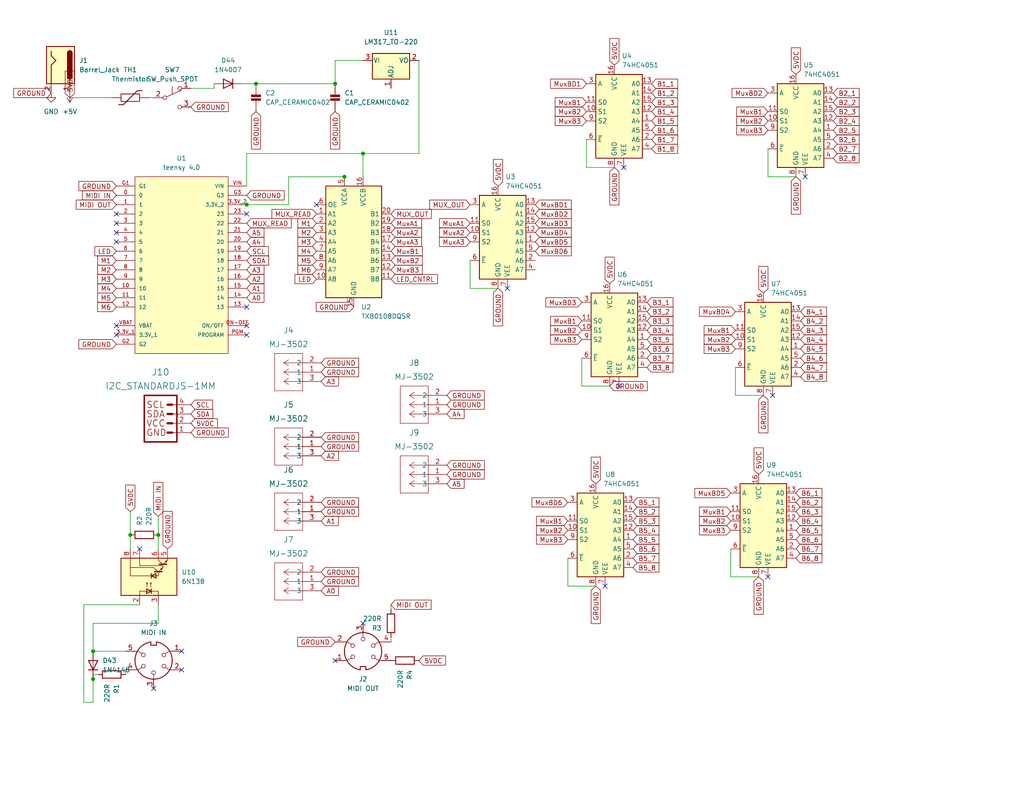
<source format=kicad_sch>
(kicad_sch (version 20211123) (generator eeschema)
  (paper "A")
  (title_block (title "BenzMOARknobz") (company "BSS"))
  (junction (at 93.98 48.26))
  (junction (at 25.4 177.8))
  (junction (at 25.4 185.42))
  (junction (at 43.18 146.05))
  (junction (at 67.31 55.88))
  (junction (at 69.85 22.86))
  (junction (at 99.06 41.91))
  (junction (at 91.44 22.86))
  (junction (at 35.56 146.05))
  (no_connect (at 210.82 107.95))
  (no_connect (at 168.91 105.41))
  (no_connect (at 86.36 55.88))
  (no_connect (at 138.43 78.74))
  (no_connect (at 170.18 45.72))
  (no_connect (at 219.71 48.26))
  (no_connect (at 38.1 149.86))
  (no_connect (at 41.91 187.96))
  (no_connect (at 49.53 182.88))
  (no_connect (at 49.53 177.8))
  (no_connect (at 99.06 170.18))
  (no_connect (at 91.44 180.34))
  (no_connect (at 209.55 157.48))
  (no_connect (at 165.1 160.02))
  (no_connect (at 31.75 88.9))
  (no_connect (at 31.75 91.44))
  (no_connect (at 67.31 91.44))
  (no_connect (at 67.31 88.9))
  (no_connect (at 67.31 83.82))
  (no_connect (at 67.31 58.42))
  (no_connect (at 31.75 58.42))
  (no_connect (at 31.75 60.96))
  (no_connect (at 31.75 63.5))
  (no_connect (at 31.75 66.04))
  (no_connect (at 779.78 35.56))
  (wire (pts (xy 303.53 109.22) (xy 294.64 109.22)))
  (wire (pts (xy 443.23 90.17) (xy 443.23 91.44)))
  (wire (pts (xy 452.12 111.76) (xy 441.96 111.76)))
  (wire (pts (xy 443.23 43.18) (xy 443.23 44.45)))
  (wire (pts (xy 78.74 55.88) (xy 78.74 48.26)))
  (wire (pts (xy 26.67 184.15) (xy 25.4 184.15)))
  (wire (pts (xy 441.96 111.76) (xy 441.96 113.03)))
  (wire (pts (xy 154.94 160.02) (xy 162.56 160.02)))
  (wire (pts (xy 78.74 48.26) (xy 93.98 48.26)))
  (wire (pts (xy 69.85 22.86) (xy 91.44 22.86)))
  (wire (pts (xy 294.64 62.23) (xy 294.64 88.9)))
  (wire (pts (xy 359.41 87.63) (xy 368.3 87.63)))
  (wire (pts (xy 368.3 132.08) (xy 368.3 133.35)))
  (wire (pts (xy 318.77 153.67) (xy 318.77 152.4)))
  (wire (pts (xy 38.1 165.1) (xy 22.86 165.1)))
  (wire (pts (xy 383.54 41.91) (xy 392.43 41.91)))
  (wire (pts (xy 67.31 50.8) (xy 67.31 41.91)))
  (wire (pts (xy 160.02 45.72) (xy 167.64 45.72)))
  (wire (pts (xy 431.8 90.17) (xy 443.23 90.17)))
  (wire (pts (xy 452.12 64.77) (xy 441.96 64.77)))
  (wire (pts (xy 330.2 63.5) (xy 318.77 63.5)))
  (wire (pts (xy 66.04 55.88) (xy 67.31 55.88)))
  (wire (pts (xy 91.44 16.51) (xy 91.44 22.86)))
  (wire (pts (xy 309.88 88.9) (xy 320.04 88.9)))
  (wire (pts (xy 67.31 41.91) (xy 99.06 41.91)))
  (wire (pts (xy 160.02 38.1) (xy 160.02 45.72)))
  (wire (pts (xy 40.64 26.67) (xy 41.91 26.67)))
  (wire (pts (xy 417.83 156.21) (xy 426.72 156.21)))
  (wire (pts (xy 369.57 64.77) (xy 378.46 64.77)))
  (wire (pts (xy 335.28 40.64) (xy 344.17 40.64)))
  (wire (pts (xy 443.23 134.62) (xy 443.23 135.89)))
  (wire (pts (xy 330.2 110.49) (xy 318.77 110.49)))
  (wire (pts (xy 199.39 157.48) (xy 207.01 157.48)))
  (wire (pts (xy 467.36 91.44) (xy 467.36 111.76)))
  (wire (pts (xy 128.27 78.74) (xy 135.89 78.74)))
  (wire (pts (xy 320.04 41.91) (xy 320.04 40.64)))
  (wire (pts (xy 458.47 91.44) (xy 467.36 91.44)))
  (wire (pts (xy 22.86 191.77) (xy 25.4 191.77)))
  (wire (pts (xy 200.66 107.95) (xy 208.28 107.95)))
  (wire (pts (xy 66.04 22.86) (xy 69.85 22.86)))
  (wire (pts (xy 416.56 41.91) (xy 416.56 43.18)))
  (wire (pts (xy 303.53 62.23) (xy 294.64 62.23)))
  (wire (pts (xy 402.59 113.03) (xy 393.7 113.03)))
  (wire (pts (xy 330.2 153.67) (xy 318.77 153.67)))
  (wire (pts (xy 93.98 48.26) (xy 93.98 49.53)))
  (wire (pts (xy 393.7 66.04) (xy 393.7 64.77)))
  (wire (pts (xy 22.86 165.1) (xy 22.86 191.77)))
  (wire (pts (xy 294.64 109.22) (xy 294.64 133.35)))
  (wire (pts (xy 35.56 139.7) (xy 35.56 146.05)))
  (wire (pts (xy 407.67 88.9) (xy 416.56 88.9)))
  (wire (pts (xy 467.36 135.89) (xy 467.36 154.94)))
  (wire (pts (xy 114.3 41.91) (xy 99.06 41.91)))
  (wire (pts (xy 209.55 40.64) (xy 209.55 48.26)))
  (wire (pts (xy 309.88 133.35) (xy 320.04 133.35)))
  (wire (pts (xy 345.44 154.94) (xy 345.44 153.67)))
  (wire (pts (xy 99.06 16.51) (xy 91.44 16.51)))
  (wire (pts (xy 158.75 97.79) (xy 158.75 105.41)))
  (wire (pts (xy 43.18 146.05) (xy 43.18 149.86)))
  (wire (pts (xy 309.88 41.91) (xy 320.04 41.91)))
  (wire (pts (xy 402.59 66.04) (xy 393.7 66.04)))
  (wire (pts (xy 67.31 55.88) (xy 78.74 55.88)))
  (wire (pts (xy 320.04 88.9) (xy 320.04 87.63)))
  (wire (pts (xy 34.29 182.88) (xy 34.29 184.15)))
  (wire (pts (xy 402.59 156.21) (xy 393.7 156.21)))
  (wire (pts (xy 416.56 133.35) (xy 416.56 134.62)))
  (wire (pts (xy 368.3 40.64) (xy 368.3 41.91)))
  (wire (pts (xy 393.7 113.03) (xy 393.7 111.76)))
  (wire (pts (xy 458.47 44.45) (xy 467.36 44.45)))
  (wire (pts (xy 25.4 184.15) (xy 25.4 185.42)))
  (wire (pts (xy 383.54 88.9) (xy 392.43 88.9)))
  (wire (pts (xy 407.67 133.35) (xy 416.56 133.35)))
  (wire (pts (xy 417.83 113.03) (xy 426.72 113.03)))
  (wire (pts (xy 431.8 43.18) (xy 443.23 43.18)))
  (wire (pts (xy 35.56 146.05) (xy 35.56 149.86)))
  (wire (pts (xy 58.42 24.13) (xy 58.42 22.86)))
  (wire (pts (xy 416.56 88.9) (xy 416.56 90.17)))
  (wire (pts (xy 354.33 154.94) (xy 345.44 154.94)))
  (wire (pts (xy 199.39 149.86) (xy 199.39 157.48)))
  (wire (pts (xy 335.28 132.08) (xy 344.17 132.08)))
  (wire (pts (xy 114.3 16.51) (xy 114.3 41.91)))
  (wire (pts (xy 19.05 26.67) (xy 30.48 26.67)))
  (wire (pts (xy 128.27 71.12) (xy 128.27 78.74)))
  (wire (pts (xy 318.77 63.5) (xy 318.77 62.23)))
  (wire (pts (xy 393.7 156.21) (xy 393.7 154.94)))
  (wire (pts (xy 467.36 44.45) (xy 467.36 64.77)))
  (wire (pts (xy 369.57 111.76) (xy 378.46 111.76)))
  (wire (pts (xy 335.28 87.63) (xy 344.17 87.63)))
  (wire (pts (xy 43.18 165.1) (xy 43.18 170.18)))
  (wire (pts (xy 52.07 24.13) (xy 58.42 24.13)))
  (wire (pts (xy 106.68 173.99) (xy 106.68 175.26)))
  (wire (pts (xy 43.18 170.18) (xy 25.4 170.18)))
  (wire (pts (xy 318.77 110.49) (xy 318.77 109.22)))
  (wire (pts (xy 200.66 100.33) (xy 200.66 107.95)))
  (wire (pts (xy 383.54 133.35) (xy 392.43 133.35)))
  (wire (pts (xy 345.44 64.77) (xy 345.44 63.5)))
  (wire (pts (xy 99.06 41.91) (xy 99.06 48.26)))
  (wire (pts (xy 417.83 66.04) (xy 426.72 66.04)))
  (wire (pts (xy 106.68 165.1) (xy 106.68 166.37)))
  (wire (pts (xy 154.94 152.4) (xy 154.94 160.02)))
  (wire (pts (xy 441.96 64.77) (xy 441.96 66.04)))
  (wire (pts (xy 209.55 48.26) (xy 217.17 48.26)))
  (wire (pts (xy 25.4 177.8) (xy 34.29 177.8)))
  (wire (pts (xy 345.44 111.76) (xy 345.44 110.49)))
  (wire (pts (xy 354.33 111.76) (xy 345.44 111.76)))
  (wire (pts (xy 25.4 185.42) (xy 25.4 191.77)))
  (wire (pts (xy 458.47 135.89) (xy 467.36 135.89)))
  (wire (pts (xy 158.75 105.41) (xy 166.37 105.41)))
  (wire (pts (xy 359.41 40.64) (xy 368.3 40.64)))
  (wire (pts (xy 354.33 64.77) (xy 345.44 64.77)))
  (wire (pts (xy 452.12 154.94) (xy 441.96 154.94)))
  (wire (pts (xy 359.41 132.08) (xy 368.3 132.08)))
  (wire (pts (xy 441.96 154.94) (xy 441.96 156.21)))
  (wire (pts (xy 43.18 140.97) (xy 43.18 146.05)))
  (wire (pts (xy 320.04 133.35) (xy 320.04 132.08)))
  (wire (pts (xy 368.3 87.63) (xy 368.3 88.9)))
  (wire (pts (xy 369.57 154.94) (xy 378.46 154.94)))
  (wire (pts (xy 431.8 134.62) (xy 443.23 134.62)))
  (wire (pts (xy 407.67 41.91) (xy 416.56 41.91)))
  (wire (pts (xy 25.4 170.18) (xy 25.4 177.8)))
  (global_label "5VDC" (shape input) (at 670.56 96.52 180) (property "Intersheet References" "${INTERSHEET_REFS}" (effects hide)))
  (global_label "B3_8" (shape input) (at 375.92 190.5 0) (property "Intersheet References" "${INTERSHEET_REFS}" (effects hide)))
  (global_label "MuxB3" (shape input) (at 160.02 33.02 180) (property "Intersheet References" "${INTERSHEET_REFS}" (effects hide)))
  (global_label "LED" (shape input) (at 86.36 76.2 180) (property "Intersheet References" "${INTERSHEET_REFS}" (effects hide)))
  (global_label "GROUND" (shape input) (at 651.51 39.37 0) (property "Intersheet References" "${INTERSHEET_REFS}" (effects hide)))
  (global_label "5VDC" (shape input) (at 341.63 190.5 180) (property "Intersheet References" "${INTERSHEET_REFS}" (effects hide)))
  (global_label "5VDC" (shape input) (at 351.79 33.02 90) (property "Intersheet References" "${INTERSHEET_REFS}" (effects hide)))
  (global_label "A4" (shape input) (at 67.31 66.04 0) (property "Intersheet References" "${INTERSHEET_REFS}" (effects hide)))
  (global_label "B4_5" (shape input) (at 218.44 95.25 0) (property "Intersheet References" "${INTERSHEET_REFS}" (effects hide)))
  (global_label "A3" (shape input) (at 67.31 73.66 0) (property "Intersheet References" "${INTERSHEET_REFS}" (effects hide)))
  (global_label "B1_8" (shape input) (at 325.12 190.5 0) (property "Intersheet References" "${INTERSHEET_REFS}" (effects hide)))
  (global_label "MIDI OUT" (shape input) (at 106.68 165.1 0) (property "Intersheet References" "${INTERSHEET_REFS}" (effects hide)))
  (global_label "B2_1" (shape input) (at 516.89 54.61 90) (property "Intersheet References" "${INTERSHEET_REFS}" (effects hide)))
  (global_label "5VDC" (shape input) (at 365.76 190.5 180) (property "Intersheet References" "${INTERSHEET_REFS}" (effects hide)))
  (global_label "GROUND" (shape input) (at 400.05 96.52 180) (property "Intersheet References" "${INTERSHEET_REFS}" (effects hide)))
  (global_label "5VDC" (shape input) (at 566.42 96.52 180) (property "Intersheet References" "${INTERSHEET_REFS}" (effects hide)))
  (global_label "GROUND" (shape input) (at 651.51 77.47 0) (property "Intersheet References" "${INTERSHEET_REFS}" (effects hide)))
  (global_label "B6_4" (shape input) (at 217.17 142.24 0) (property "Intersheet References" "${INTERSHEET_REFS}" (effects hide)))
  (global_label "B5_3" (shape input) (at 568.96 111.76 90) (property "Intersheet References" "${INTERSHEET_REFS}" (effects hide)))
  (global_label "MuxBD6" (shape input) (at 154.94 137.16 180) (property "Intersheet References" "${INTERSHEET_REFS}" (effects hide)))
  (global_label "5VDC" (shape input) (at 351.79 80.01 90) (property "Intersheet References" "${INTERSHEET_REFS}" (effects hide)))
  (global_label "GROUND" (shape input) (at 676.91 115.57 0) (property "Intersheet References" "${INTERSHEET_REFS}" (effects hide)))
  (global_label "GROUND" (shape input) (at 162.56 160.02 270) (property "Intersheet References" "${INTERSHEET_REFS}" (effects hide)))
  (global_label "B2_5" (shape input) (at 227.33 35.56 0) (property "Intersheet References" "${INTERSHEET_REFS}" (effects hide)))
  (global_label "GROUND" (shape input) (at 386.08 147.32 180) (property "Intersheet References" "${INTERSHEET_REFS}" (effects hide)))
  (global_label "GROUND" (shape input) (at 544.83 134.62 0) (property "Intersheet References" "${INTERSHEET_REFS}" (effects hide)))
  (global_label "5VDC" (shape input) (at 386.08 72.39 270) (property "Intersheet References" "${INTERSHEET_REFS}" (effects hide)))
  (global_label "GROUND" (shape input) (at 624.84 96.52 0) (property "Intersheet References" "${INTERSHEET_REFS}" (effects hide)))
  (global_label "5VDC" (shape input) (at 513.08 77.47 180) (property "Intersheet References" "${INTERSHEET_REFS}" (effects hide)))
  (global_label "GROUND" (shape input) (at 91.44 30.48 270) (property "Intersheet References" "${INTERSHEET_REFS}" (effects hide)))
  (global_label "5VDC" (shape input) (at 537.21 115.57 180) (property "Intersheet References" "${INTERSHEET_REFS}" (effects hide)))
  (global_label "M1" (shape input) (at 31.75 71.12 180) (property "Intersheet References" "${INTERSHEET_REFS}" (effects hide)))
  (global_label "GROUND" (shape input) (at 624.84 39.37 0) (property "Intersheet References" "${INTERSHEET_REFS}" (effects hide)))
  (global_label "5VDC" (shape input) (at 400.05 34.29 90) (property "Intersheet References" "${INTERSHEET_REFS}" (effects hide)))
  (global_label "GROUND" (shape input) (at 361.95 57.15 180) (property "Intersheet References" "${INTERSHEET_REFS}" (effects hide)))
  (global_label "B4_3" (shape input) (at 570.23 92.71 90) (property "Intersheet References" "${INTERSHEET_REFS}" (effects hide)))
  (global_label "B2_7" (shape input) (at 227.33 40.64 0) (property "Intersheet References" "${INTERSHEET_REFS}" (effects hide)))
  (global_label "5VDC" (shape input) (at 642.62 134.62 180) (property "Intersheet References" "${INTERSHEET_REFS}" (effects hide)))
  (global_label "M1" (shape input) (at 86.36 60.96 180) (property "Intersheet References" "${INTERSHEET_REFS}" (effects hide)))
  (global_label "GROUND" (shape input) (at 424.18 142.24 180) (property "Intersheet References" "${INTERSHEET_REFS}" (effects hide)))
  (global_label "5VDC" (shape input) (at 450.85 83.82 90) (property "Intersheet References" "${INTERSHEET_REFS}" (effects hide)))
  (global_label "SCL" (shape input) (at 52.07 110.49 0) (property "Intersheet References" "${INTERSHEET_REFS}" (effects hide)))
  (global_label "GROUND" (shape input) (at 650.24 115.57 0) (property "Intersheet References" "${INTERSHEET_REFS}" (effects hide)))
  (global_label "GROUND" (shape input) (at 546.1 96.52 0) (property "Intersheet References" "${INTERSHEET_REFS}" (effects hide)))
  (global_label "5VDC" (shape input) (at 643.89 77.47 180) (property "Intersheet References" "${INTERSHEET_REFS}" (effects hide)))
  (global_label "5VDC" (shape input) (at 643.89 96.52 180) (property "Intersheet References" "${INTERSHEET_REFS}" (effects hide)))
  (global_label "B3_1" (shape input) (at 176.53 82.55 0) (property "Intersheet References" "${INTERSHEET_REFS}" (effects hide)))
  (global_label "5VDC" (shape input) (at 459.74 72.39 270) (property "Intersheet References" "${INTERSHEET_REFS}" (effects hide)))
  (global_label "B6_5" (shape input) (at 619.76 130.81 90) (property "Intersheet References" "${INTERSHEET_REFS}" (effects hide)))
  (global_label "GROUND" (shape input) (at 13.97 25.4 180) (property "Intersheet References" "${INTERSHEET_REFS}" (effects hide)))
  (global_label "GROUND" (shape input) (at 400.05 49.53 180) (property "Intersheet References" "${INTERSHEET_REFS}" (effects hide)))
  (global_label "B6_8" (shape input) (at 452.12 187.96 0) (property "Intersheet References" "${INTERSHEET_REFS}" (effects hide)))
  (global_label "5VDC" (shape input) (at 314.96 187.96 180) (property "Intersheet References" "${INTERSHEET_REFS}" (effects hide)))
  (global_label "B6_7" (shape input) (at 217.17 149.86 0) (property "Intersheet References" "${INTERSHEET_REFS}" (effects hide)))
  (global_label "A0" (shape input) (at 67.31 81.28 0) (property "Intersheet References" "${INTERSHEET_REFS}" (effects hide)))
  (global_label "5VDC" (shape input) (at 590.55 134.62 180) (property "Intersheet References" "${INTERSHEET_REFS}" (effects hide)))
  (global_label "5VDC" (shape input) (at 450.85 128.27 90) (property "Intersheet References" "${INTERSHEET_REFS}" (effects hide)))
  (global_label "LED_CNTRL" (shape input) (at 106.68 76.2 0) (property "Intersheet References" "${INTERSHEET_REFS}" (effects hide)))
  (global_label "B5_2" (shape input) (at 172.72 139.7 0) (property "Intersheet References" "${INTERSHEET_REFS}" (effects hide)))
  (global_label "GROUND" (shape input) (at 678.18 58.42 0) (property "Intersheet References" "${INTERSHEET_REFS}" (effects hide)))
  (global_label "5VDC" (shape input) (at 670.56 58.42 180) (property "Intersheet References" "${INTERSHEET_REFS}" (effects hide)))
  (global_label "5VDC" (shape input) (at 375.92 81.28 90) (property "Intersheet References" "${INTERSHEET_REFS}" (effects hide)))
  (global_label "GROUND" (shape input) (at 302.26 96.52 180) (property "Intersheet References" "${INTERSHEET_REFS}" (effects hide)))
  (global_label "5VDC" (shape input) (at 434.34 73.66 270) (property "Intersheet References" "${INTERSHEET_REFS}" (effects hide)))
  (global_label "B6_8" (shape input) (at 452.12 190.5 0) (property "Intersheet References" "${INTERSHEET_REFS}" (effects hide)))
  (global_label "5VDC" (shape input) (at 361.95 72.39 270) (property "Intersheet References" "${INTERSHEET_REFS}" (effects hide)))
  (global_label "5VDC" (shape input) (at 424.18 82.55 90) (property "Intersheet References" "${INTERSHEET_REFS}" (effects hide)))
  (global_label "GROUND" (shape input) (at 574.04 77.47 0) (property "Intersheet References" "${INTERSHEET_REFS}" (effects hide)))
  (global_label "M6" (shape input) (at 86.36 73.66 180) (property "Intersheet References" "${INTERSHEET_REFS}" (effects hide)))
  (global_label "MuxB1" (shape input) (at 154.94 142.24 180) (property "Intersheet References" "${INTERSHEET_REFS}" (effects hide)))
  (global_label "MuxA2" (shape input) (at 106.68 63.5 0) (property "Intersheet References" "${INTERSHEET_REFS}" (effects hide)))
  (global_label "5VDC" (shape input) (at 386.08 162.56 270) (property "Intersheet References" "${INTERSHEET_REFS}" (effects hide)))
  (global_label "5VDC" (shape input) (at 351.79 124.46 90) (property "Intersheet References" "${INTERSHEET_REFS}" (effects hide)))
  (global_label "A4" (shape input) (at 121.92 113.03 0) (property "Intersheet References" "${INTERSHEET_REFS}" (effects hide)))
  (global_label "GROUND" (shape input) (at 121.92 127 0) (property "Intersheet References" "${INTERSHEET_REFS}" (effects hide)))
  (global_label "5VDC" (shape input) (at 311.15 116.84 270) (property "Intersheet References" "${INTERSHEET_REFS}" (effects hide)))
  (global_label "B3_4" (shape input) (at 176.53 90.17 0) (property "Intersheet References" "${INTERSHEET_REFS}" (effects hide)))
  (global_label "5VDC" (shape input) (at 513.08 96.52 180) (property "Intersheet References" "${INTERSHEET_REFS}" (effects hide)))
  (global_label "B3_3" (shape input) (at 570.23 73.66 90) (property "Intersheet References" "${INTERSHEET_REFS}" (effects hide)))
  (global_label "GROUND" (shape input) (at 69.85 30.48 270) (property "Intersheet References" "${INTERSHEET_REFS}" (effects hide)))
  (global_label "GROUND" (shape input) (at 386.08 104.14 180) (property "Intersheet References" "${INTERSHEET_REFS}" (effects hide)))
  (global_label "5VDC" (shape input) (at 302.26 81.28 90) (property "Intersheet References" "${INTERSHEET_REFS}" (effects hide)))
  (global_label "MuxB3" (shape input) (at 209.55 35.56 180) (property "Intersheet References" "${INTERSHEET_REFS}" (effects hide)))
  (global_label "MUX_OUT" (shape input) (at 128.27 55.88 180) (property "Intersheet References" "${INTERSHEET_REFS}" (effects hide)))
  (global_label "MuxBD1" (shape input) (at 146.05 55.88 0) (property "Intersheet References" "${INTERSHEET_REFS}" (effects hide)))
  (global_label "5VDC" (shape input) (at 670.56 77.47 180) (property "Intersheet References" "${INTERSHEET_REFS}" (effects hide)))
  (global_label "B4_1" (shape input) (at 218.44 85.09 0) (property "Intersheet References" "${INTERSHEET_REFS}" (effects hide)))
  (global_label "MuxBD1" (shape input) (at 160.02 22.86 180) (property "Intersheet References" "${INTERSHEET_REFS}" (effects hide)))
  (global_label "GROUND" (shape input) (at 87.63 119.38 0) (property "Intersheet References" "${INTERSHEET_REFS}" (effects hide)))
  (global_label "B3_2" (shape input) (at 176.53 85.09 0) (property "Intersheet References" "${INTERSHEET_REFS}" (effects hide)))
  (global_label "5VDC" (shape input) (at 416.56 187.96 180) (property "Intersheet References" "${INTERSHEET_REFS}" (effects hide)))
  (global_label "5VDC" (shape input) (at 311.15 160.02 270) (property "Intersheet References" "${INTERSHEET_REFS}" (effects hide)))
  (global_label "MuxBD3" (shape input) (at 158.75 82.55 180) (property "Intersheet References" "${INTERSHEET_REFS}" (effects hide)))
  (global_label "MuxA3" (shape input) (at 128.27 66.04 180) (property "Intersheet References" "${INTERSHEET_REFS}" (effects hide)))
  (global_label "GROUND" (shape input) (at 87.63 121.92 0) (property "Intersheet References" "${INTERSHEET_REFS}" (effects hide)))
  (global_label "5VDC" (shape input) (at 643.89 58.42 180) (property "Intersheet References" "${INTERSHEET_REFS}" (effects hide)))
  (global_label "GROUND" (shape input) (at 208.28 107.95 270) (property "Intersheet References" "${INTERSHEET_REFS}" (effects hide)))
  (global_label "M2" (shape input) (at 31.75 73.66 180) (property "Intersheet References" "${INTERSHEET_REFS}" (effects hide)))
  (global_label "GROUND" (shape input) (at 87.63 101.6 0) (property "Intersheet References" "${INTERSHEET_REFS}" (effects hide)))
  (global_label "B3_2" (shape input) (at 542.29 73.66 90) (property "Intersheet References" "${INTERSHEET_REFS}" (effects hide)))
  (global_label "B6_2" (shape input) (at 217.17 137.16 0) (property "Intersheet References" "${INTERSHEET_REFS}" (effects hide)))
  (global_label "5VDC" (shape input) (at 538.48 77.47 180) (property "Intersheet References" "${INTERSHEET_REFS}" (effects hide)))
  (global_label "GROUND" (shape input) (at 87.63 158.75 0) (property "Intersheet References" "${INTERSHEET_REFS}" (effects hide)))
  (global_label "GROUND" (shape input) (at 351.79 139.7 180) (property "Intersheet References" "${INTERSHEET_REFS}" (effects hide)))
  (global_label "GROUND" (shape input) (at 87.63 99.06 0) (property "Intersheet References" "${INTERSHEET_REFS}" (effects hide)))
  (global_label "5VDC" (shape input) (at 566.42 58.42 180) (property "Intersheet References" "${INTERSHEET_REFS}" (effects hide)))
  (global_label "MuxA3" (shape input) (at 106.68 66.04 0) (property "Intersheet References" "${INTERSHEET_REFS}" (effects hide)))
  (global_label "GROUND" (shape input) (at 87.63 137.16 0) (property "Intersheet References" "${INTERSHEET_REFS}" (effects hide)))
  (global_label "GROUND" (shape input) (at 311.15 144.78 180) (property "Intersheet References" "${INTERSHEET_REFS}" (effects hide)))
  (global_label "MuxB3" (shape input) (at 200.66 95.25 180) (property "Intersheet References" "${INTERSHEET_REFS}" (effects hide)))
  (global_label "B1_8" (shape input) (at 325.12 187.96 0) (property "Intersheet References" "${INTERSHEET_REFS}" (effects hide)))
  (global_label "A2" (shape input) (at 67.31 76.2 0) (property "Intersheet References" "${INTERSHEET_REFS}" (effects hide)))
  (global_label "5VDC" (shape input) (at 591.82 96.52 180) (property "Intersheet References" "${INTERSHEET_REFS}" (effects hide)))
  (global_label "MUX_READ" (shape input) (at 67.31 60.96 0) (property "Intersheet References" "${INTERSHEET_REFS}" (effects hide)))
  (global_label "A5" (shape input) (at 121.92 132.08 0) (property "Intersheet References" "${INTERSHEET_REFS}" (effects hide)))
  (global_label "B5_5" (shape input) (at 172.72 147.32 0) (property "Intersheet References" "${INTERSHEET_REFS}" (effects hide)))
  (global_label "GROUND" (shape input) (at 87.63 139.7 0) (property "Intersheet References" "${INTERSHEET_REFS}" (effects hide)))
  (global_label "B1_6" (shape input) (at 647.7 35.56 90) (property "Intersheet References" "${INTERSHEET_REFS}" (effects hide)))
  (global_label "B1_2" (shape input) (at 177.8 25.4 0) (property "Intersheet References" "${INTERSHEET_REFS}" (effects hide)))
  (global_label "B1_4" (shape input) (at 177.8 30.48 0) (property "Intersheet References" "${INTERSHEET_REFS}" (effects hide)))
  (global_label "A1" (shape input) (at 87.63 142.24 0) (property "Intersheet References" "${INTERSHEET_REFS}" (effects hide)))
  (global_label "B2_1" (shape input) (at 227.33 25.4 0) (property "Intersheet References" "${INTERSHEET_REFS}" (effects hide)))
  (global_label "GROUND" (shape input) (at 624.84 58.42 0) (property "Intersheet References" "${INTERSHEET_REFS}" (effects hide)))
  (global_label "5VDC" (shape input) (at 361.95 119.38 270) (property "Intersheet References" "${INTERSHEET_REFS}" (effects hide)))
  (global_label "B4_2" (shape input) (at 542.29 92.71 90) (property "Intersheet References" "${INTERSHEET_REFS}" (effects hide)))
  (global_label "5VDC" (shape input) (at 386.08 119.38 270) (property "Intersheet References" "${INTERSHEET_REFS}" (effects hide)))
  (global_label "B3_6" (shape input) (at 647.7 73.66 90) (property "Intersheet References" "${INTERSHEET_REFS}" (effects hide)))
  (global_label "B6_6" (shape input) (at 217.17 147.32 0) (property "Intersheet References" "${INTERSHEET_REFS}" (effects hide)))
  (global_label "MUX_READ" (shape input) (at 86.36 58.42 180) (property "Intersheet References" "${INTERSHEET_REFS}" (effects hide)))
  (global_label "B4_7" (shape input) (at 218.44 100.33 0) (property "Intersheet References" "${INTERSHEET_REFS}" (effects hide)))
  (global_label "MuxB2" (shape input) (at 209.55 33.02 180) (property "Intersheet References" "${INTERSHEET_REFS}" (effects hide)))
  (global_label "5VDC" (shape input) (at 617.22 77.47 180) (property "Intersheet References" "${INTERSHEET_REFS}" (effects hide)))
  (global_label "MuxBD3" (shape input) (at 146.05 60.96 0) (property "Intersheet References" "${INTERSHEET_REFS}" (effects hide)))
  (global_label "B2_6" (shape input) (at 647.7 54.61 90) (property "Intersheet References" "${INTERSHEET_REFS}" (effects hide)))
  (global_label "5VDC" (shape input) (at 337.82 161.29 270) (property "Intersheet References" "${INTERSHEET_REFS}" (effects hide)))
  (global_label "M4" (shape input) (at 31.75 78.74 180) (property "Intersheet References" "${INTERSHEET_REFS}" (effects hide)))
  (global_label "GROUND" (shape input) (at 96.52 83.82 180) (property "Intersheet References" "${INTERSHEET_REFS}" (effects hide)))
  (global_label "GROUND" (shape input) (at 544.83 115.57 0) (property "Intersheet References" "${INTERSHEET_REFS}" (effects hide)))
  (global_label "B6_8" (shape input) (at 217.17 152.4 0) (property "Intersheet References" "${INTERSHEET_REFS}" (effects hide)))
  (global_label "B4_1" (shape input) (at 516.89 92.71 90) (property "Intersheet References" "${INTERSHEET_REFS}" (effects hide)))
  (global_label "MuxB1" (shape input) (at 200.66 90.17 180) (property "Intersheet References" "${INTERSHEET_REFS}" (effects hide)))
  (global_label "GROUND" (shape input) (at 520.7 96.52 0) (property "Intersheet References" "${INTERSHEET_REFS}" (effects hide)))
  (global_label "GROUND" (shape input) (at 52.07 118.11 0) (property "Intersheet References" "${INTERSHEET_REFS}" (effects hide)))
  (global_label "B1_5" (shape input) (at 621.03 35.56 90) (property "Intersheet References" "${INTERSHEET_REFS}" (effects hide)))
  (global_label "B3_5" (shape input) (at 621.03 73.66 90) (property "Intersheet References" "${INTERSHEET_REFS}" (effects hide)))
  (global_label "5VDC" (shape input) (at 327.66 80.01 90) (property "Intersheet References" "${INTERSHEET_REFS}" (effects hide)))
  (global_label "5VDC" (shape input) (at 424.18 35.56 90) (property "Intersheet References" "${INTERSHEET_REFS}" (effects hide)))
  (global_label "B5_6" (shape input) (at 646.43 111.76 90) (property "Intersheet References" "${INTERSHEET_REFS}" (effects hide)))
  (global_label "MuxBD2" (shape input) (at 209.55 25.4 180) (property "Intersheet References" "${INTERSHEET_REFS}" (effects hide)))
  (global_label "B6_6" (shape input) (at 646.43 130.81 90) (property "Intersheet References" "${INTERSHEET_REFS}" (effects hide)))
  (global_label "GROUND" (shape input) (at 52.07 29.21 0) (property "Intersheet References" "${INTERSHEET_REFS}" (effects hide)))
  (global_label "B3_8" (shape input) (at 375.92 187.96 0) (property "Intersheet References" "${INTERSHEET_REFS}" (effects hide)))
  (global_label "5VDC" (shape input) (at 341.63 187.96 180) (property "Intersheet References" "${INTERSHEET_REFS}" (effects hide)))
  (global_label "GROUND" (shape input) (at 91.44 175.26 180) (property "Intersheet References" "${INTERSHEET_REFS}" (effects hide)))
  (global_label "5VDC" (shape input) (at 365.76 187.96 180) (property "Intersheet References" "${INTERSHEET_REFS}" (effects hide)))
  (global_label "B5_5" (shape input) (at 619.76 111.76 90) (property "Intersheet References" "${INTERSHEET_REFS}" (effects hide)))
  (global_label "SDA" (shape input) (at 67.31 71.12 0) (property "Intersheet References" "${INTERSHEET_REFS}" (effects hide)))
  (global_label "B3_8" (shape input) (at 176.53 100.33 0) (property "Intersheet References" "${INTERSHEET_REFS}" (effects hide)))
  (global_label "GROUND" (shape input) (at 327.66 139.7 180) (property "Intersheet References" "${INTERSHEET_REFS}" (effects hide)))
  (global_label "GROUND" (shape input) (at 121.92 107.95 0) (property "Intersheet References" "${INTERSHEET_REFS}" (effects hide)))
  (global_label "B5_6" (shape input) (at 172.72 149.86 0) (property "Intersheet References" "${INTERSHEET_REFS}" (effects hide)))
  (global_label "5VDC" (shape input) (at 617.22 96.52 180) (property "Intersheet References" "${INTERSHEET_REFS}" (effects hide)))
  (global_label "MUX_OUT" (shape input) (at 106.68 58.42 0) (property "Intersheet References" "${INTERSHEET_REFS}" (effects hide)))
  (global_label "B5_4" (shape input) (at 594.36 111.76 90) (property "Intersheet References" "${INTERSHEET_REFS}" (effects hide)))
  (global_label "5VDC" (shape input) (at 539.75 39.37 180) (property "Intersheet References" "${INTERSHEET_REFS}" (effects hide)))
  (global_label "5VDC" (shape input) (at 337.82 71.12 270) (property "Intersheet References" "${INTERSHEET_REFS}" (effects hide)))
  (global_label "B6_2" (shape input) (at 541.02 130.81 90) (property "Intersheet References" "${INTERSHEET_REFS}" (effects hide)))
  (global_label "GROUND" (shape input) (at 599.44 58.42 0) (property "Intersheet References" "${INTERSHEET_REFS}" (effects hide)))
  (global_label "B3_4" (shape input) (at 595.63 73.66 90) (property "Intersheet References" "${INTERSHEET_REFS}" (effects hide)))
  (global_label "GROUND" (shape input) (at 651.51 96.52 0) (property "Intersheet References" "${INTERSHEET_REFS}" (effects hide)))
  (global_label "5VDC" (shape input) (at 617.22 39.37 180) (property "Intersheet References" "${INTERSHEET_REFS}" (effects hide)))
  (global_label "GROUND" (shape input) (at 361.95 147.32 180) (property "Intersheet References" "${INTERSHEET_REFS}" (effects hide)))
  (global_label "A1" (shape input) (at 67.31 78.74 0) (property "Intersheet References" "${INTERSHEET_REFS}" (effects hide)))
  (global_label "5VDC" (shape input) (at 615.95 134.62 180) (property "Intersheet References" "${INTERSHEET_REFS}" (effects hide)))
  (global_label "MuxB2" (shape input) (at 200.66 92.71 180) (property "Intersheet References" "${INTERSHEET_REFS}" (effects hide)))
  (global_label "B3_7" (shape input) (at 674.37 73.66 90) (property "Intersheet References" "${INTERSHEET_REFS}" (effects hide)))
  (global_label "B5_4" (shape input) (at 172.72 144.78 0) (property "Intersheet References" "${INTERSHEET_REFS}" (effects hide)))
  (global_label "5VDC" (shape input) (at 375.92 34.29 90) (property "Intersheet References" "${INTERSHEET_REFS}" (effects hide)))
  (global_label "GROUND" (shape input) (at 410.21 148.59 180) (property "Intersheet References" "${INTERSHEET_REFS}" (effects hide)))
  (global_label "5VDC" (shape input) (at 513.08 58.42 180) (property "Intersheet References" "${INTERSHEET_REFS}" (effects hide)))
  (global_label "MuxB3" (shape input) (at 199.39 144.78 180) (property "Intersheet References" "${INTERSHEET_REFS}" (effects hide)))
  (global_label "GROUND" (shape input) (at 519.43 134.62 0) (property "Intersheet References" "${INTERSHEET_REFS}" (effects hide)))
  (global_label "B2_3" (shape input) (at 227.33 30.48 0) (property "Intersheet References" "${INTERSHEET_REFS}" (effects hide)))
  (global_label "B1_1" (shape input) (at 177.8 22.86 0) (property "Intersheet References" "${INTERSHEET_REFS}" (effects hide)))
  (global_label "MIDI IN" (shape input) (at 31.75 53.34 180) (property "Intersheet References" "${INTERSHEET_REFS}" (effects hide)))
  (global_label "GROUND" (shape input) (at 410.21 58.42 180) (property "Intersheet References" "${INTERSHEET_REFS}" (effects hide)))
  (global_label "B5_8" (shape input) (at 426.72 187.96 0) (property "Intersheet References" "${INTERSHEET_REFS}" (effects hide)))
  (global_label "MuxBD5" (shape input) (at 146.05 66.04 0) (property "Intersheet References" "${INTERSHEET_REFS}" (effects hide)))
  (global_label "B6_3" (shape input) (at 217.17 139.7 0) (property "Intersheet References" "${INTERSHEET_REFS}" (effects hide)))
  (global_label "5VDC" (shape input) (at 434.34 163.83 270) (property "Intersheet References" "${INTERSHEET_REFS}" (effects hide)))
  (global_label "5VDC" (shape input) (at 135.89 50.8 90) (property "Intersheet References" "${INTERSHEET_REFS}" (effects hide)))
  (global_label "GROUND" (shape input) (at 623.57 115.57 0) (property "Intersheet References" "${INTERSHEET_REFS}" (effects hide)))
  (global_label "5VDC" (shape input) (at 114.3 180.34 0) (property "Intersheet References" "${INTERSHEET_REFS}" (effects hide)))
  (global_label "5VDC" (shape input) (at 327.66 33.02 90) (property "Intersheet References" "${INTERSHEET_REFS}" (effects hide)))
  (global_label "LED" (shape input) (at 31.75 68.58 180) (property "Intersheet References" "${INTERSHEET_REFS}" (effects hide)))
  (global_label "MuxA2" (shape input) (at 128.27 63.5 180) (property "Intersheet References" "${INTERSHEET_REFS}" (effects hide)))
  (global_label "GROUND" (shape input) (at 459.74 104.14 180) (property "Intersheet References" "${INTERSHEET_REFS}" (effects hide)))
  (global_label "GROUND" (shape input) (at 386.08 57.15 180) (property "Intersheet References" "${INTERSHEET_REFS}" (effects hide)))
  (global_label "GROUND" (shape input) (at 87.63 156.21 0) (property "Intersheet References" "${INTERSHEET_REFS}" (effects hide)))
  (global_label "B2_8" (shape input) (at 227.33 43.18 0) (property "Intersheet References" "${INTERSHEET_REFS}" (effects hide)))
  (global_label "GROUND" (shape input) (at 121.92 129.54 0) (property "Intersheet References" "${INTERSHEET_REFS}" (effects hide)))
  (global_label "GROUND" (shape input) (at 400.05 140.97 180) (property "Intersheet References" "${INTERSHEET_REFS}" (effects hide)))
  (global_label "GROUND" (shape input) (at 651.51 58.42 0) (property "Intersheet References" "${INTERSHEET_REFS}" (effects hide)))
  (global_label "GROUND" (shape input) (at 424.18 50.8 180) (property "Intersheet References" "${INTERSHEET_REFS}" (effects hide)))
  (global_label "GROUND" (shape input) (at 375.92 96.52 180) (property "Intersheet References" "${INTERSHEET_REFS}" (effects hide)))
  (global_label "GROUND" (shape input) (at 546.1 77.47 0) (property "Intersheet References" "${INTERSHEET_REFS}" (effects hide)))
  (global_label "5VDC" (shape input) (at 643.89 39.37 180) (property "Intersheet References" "${INTERSHEET_REFS}" (effects hide)))
  (global_label "GROUND" (shape input) (at 135.89 78.74 270) (property "Intersheet References" "${INTERSHEET_REFS}" (effects hide)))
  (global_label "5VDC" (shape input) (at 459.74 119.38 270) (property "Intersheet References" "${INTERSHEET_REFS}" (effects hide)))
  (global_label "MuxB2" (shape input) (at 106.68 71.12 0) (property "Intersheet References" "${INTERSHEET_REFS}" (effects hide)))
  (global_label "GROUND" (shape input) (at 121.92 110.49 0) (property "Intersheet References" "${INTERSHEET_REFS}" (effects hide)))
  (global_label "GROUND" (shape input) (at 375.92 140.97 180) (property "Intersheet References" "${INTERSHEET_REFS}" (effects hide)))
  (global_label "GROUND" (shape input) (at 166.37 105.41 0) (property "Intersheet References" "${INTERSHEET_REFS}" (effects hide)))
  (global_label "B5_2" (shape input) (at 541.02 111.76 90) (property "Intersheet References" "${INTERSHEET_REFS}" (effects hide)))
  (global_label "5VDC" (shape input) (at 302.26 125.73 90) (property "Intersheet References" "${INTERSHEET_REFS}" (effects hide)))
  (global_label "5VDC" (shape input) (at 537.21 134.62 180) (property "Intersheet References" "${INTERSHEET_REFS}" (effects hide)))
  (global_label "5VDC" (shape input) (at 441.96 187.96 180) (property "Intersheet References" "${INTERSHEET_REFS}" (effects hide)))
  (global_label "B2_8" (shape input) (at 351.79 190.5 0) (property "Intersheet References" "${INTERSHEET_REFS}" (effects hide)))
  (global_label "5VDC" (shape input) (at 565.15 134.62 180) (property "Intersheet References" "${INTERSHEET_REFS}" (effects hide)))
  (global_label "B4_5" (shape input) (at 621.03 92.71 90) (property "Intersheet References" "${INTERSHEET_REFS}" (effects hide)))
  (global_label "B5_8" (shape input) (at 172.72 154.94 0) (property "Intersheet References" "${INTERSHEET_REFS}" (effects hide)))
  (global_label "5VDC" (shape input) (at 311.15 69.85 270) (property "Intersheet References" "${INTERSHEET_REFS}" (effects hide)))
  (global_label "MuxB1" (shape input) (at 160.02 27.94 180) (property "Intersheet References" "${INTERSHEET_REFS}" (effects hide)))
  (global_label "GROUND" (shape input) (at 67.31 53.34 0) (property "Intersheet References" "${INTERSHEET_REFS}" (effects hide)))
  (global_label "GROUND" (shape input) (at 572.77 115.57 0) (property "Intersheet References" "${INTERSHEET_REFS}" (effects hide)))
  (global_label "GROUND" (shape input) (at 459.74 57.15 180) (property "Intersheet References" "${INTERSHEET_REFS}" (effects hide)))
  (global_label "B1_3" (shape input) (at 570.23 35.56 90) (property "Intersheet References" "${INTERSHEET_REFS}" (effects hide)))
  (global_label "M4" (shape input) (at 86.36 68.58 180) (property "Intersheet References" "${INTERSHEET_REFS}" (effects hide)))
  (global_label "MuxB2" (shape input) (at 160.02 30.48 180) (property "Intersheet References" "${INTERSHEET_REFS}" (effects hide)))
  (global_label "GROUND" (shape input) (at 572.77 134.62 0) (property "Intersheet References" "${INTERSHEET_REFS}" (effects hide)))
  (global_label "GROUND" (shape input) (at 207.01 157.48 270) (property "Intersheet References" "${INTERSHEET_REFS}" (effects hide)))
  (global_label "B3_3" (shape input) (at 176.53 87.63 0) (property "Intersheet References" "${INTERSHEET_REFS}" (effects hide)))
  (global_label "B5_1" (shape input) (at 172.72 137.16 0) (property "Intersheet References" "${INTERSHEET_REFS}" (effects hide)))
  (global_label "5VDC" (shape input) (at 591.82 58.42 180) (property "Intersheet References" "${INTERSHEET_REFS}" (effects hide)))
  (global_label "B4_3" (shape input) (at 218.44 90.17 0) (property "Intersheet References" "${INTERSHEET_REFS}" (effects hide)))
  (global_label "B2_2" (shape input) (at 542.29 54.61 90) (property "Intersheet References" "${INTERSHEET_REFS}" (effects hide)))
  (global_label "MuxB1" (shape input) (at 158.75 87.63 180) (property "Intersheet References" "${INTERSHEET_REFS}" (effects hide)))
  (global_label "MuxB3" (shape input) (at 106.68 73.66 0) (property "Intersheet References" "${INTERSHEET_REFS}" (effects hide)))
  (global_label "MuxBD4" (shape input) (at 200.66 85.09 180) (property "Intersheet References" "${INTERSHEET_REFS}" (effects hide)))
  (global_label "5VDC" (shape input) (at 424.18 127 90) (property "Intersheet References" "${INTERSHEET_REFS}" (effects hide)))
  (global_label "GROUND" (shape input) (at 434.34 58.42 180) (property "Intersheet References" "${INTERSHEET_REFS}" (effects hide)))
  (global_label "GROUND" (shape input) (at 678.18 96.52 0) (property "Intersheet References" "${INTERSHEET_REFS}" (effects hide)))
  (global_label "B2_2" (shape input) (at 227.33 27.94 0) (property "Intersheet References" "${INTERSHEET_REFS}" (effects hide)))
  (global_label "B3_5" (shape input) (at 176.53 92.71 0) (property "Intersheet References" "${INTERSHEET_REFS}" (effects hide)))
  (global_label "5VDC" (shape input) (at 538.48 58.42 180) (property "Intersheet References" "${INTERSHEET_REFS}" (effects hide)))
  (global_label "MuxBD4" (shape input) (at 146.05 63.5 0) (property "Intersheet References" "${INTERSHEET_REFS}" (effects hide)))
  (global_label "5VDC" (shape input) (at 391.16 187.96 180) (property "Intersheet References" "${INTERSHEET_REFS}" (effects hide)))
  (global_label "GROUND" (shape input) (at 31.75 50.8 180) (property "Intersheet References" "${INTERSHEET_REFS}" (effects hide)))
  (global_label "MuxA1" (shape input) (at 106.68 60.96 0) (property "Intersheet References" "${INTERSHEET_REFS}" (effects hide)))
  (global_label "GROUND" (shape input) (at 337.82 146.05 180) (property "Intersheet References" "${INTERSHEET_REFS}" (effects hide)))
  (global_label "5VDC" (shape input) (at 434.34 120.65 270) (property "Intersheet References" "${INTERSHEET_REFS}" (effects hide)))
  (global_label "GROUND" (shape input) (at 337.82 55.88 180) (property "Intersheet References" "${INTERSHEET_REFS}" (effects hide)))
  (global_label "5VDC" (shape input) (at 162.56 132.08 90) (property "Intersheet References" "${INTERSHEET_REFS}" (effects hide)))
  (global_label "B6_3" (shape input) (at 568.96 130.81 90) (property "Intersheet References" "${INTERSHEET_REFS}" (effects hide)))
  (global_label "B4_4" (shape input) (at 218.44 92.71 0) (property "Intersheet References" "${INTERSHEET_REFS}" (effects hide)))
  (global_label "5VDC" (shape input) (at 314.96 190.5 180) (property "Intersheet References" "${INTERSHEET_REFS}" (effects hide)))
  (global_label "GROUND" (shape input) (at 311.15 101.6 180) (property "Intersheet References" "${INTERSHEET_REFS}" (effects hide)))
  (global_label "SDA" (shape input) (at 52.07 113.03 0) (property "Intersheet References" "${INTERSHEET_REFS}" (effects hide)))
  (global_label "GROUND" (shape input) (at 574.04 39.37 0) (property "Intersheet References" "${INTERSHEET_REFS}" (effects hide)))
  (global_label "5VDC" (shape input) (at 208.28 80.01 90) (property "Intersheet References" "${INTERSHEET_REFS}" (effects hide)))
  (global_label "B4_2" (shape input) (at 218.44 87.63 0) (property "Intersheet References" "${INTERSHEET_REFS}" (effects hide)))
  (global_label "MuxBD2" (shape input) (at 146.05 58.42 0) (property "Intersheet References" "${INTERSHEET_REFS}" (effects hide)))
  (global_label "GROUND" (shape input) (at 678.18 77.47 0) (property "Intersheet References" "${INTERSHEET_REFS}" (effects hide)))
  (global_label "B2_4" (shape input) (at 227.33 33.02 0) (property "Intersheet References" "${INTERSHEET_REFS}" (effects hide)))
  (global_label "MuxB1" (shape input) (at 199.39 139.7 180) (property "Intersheet References" "${INTERSHEET_REFS}" (effects hide)))
  (global_label "B4_8" (shape input) (at 218.44 102.87 0) (property "Intersheet References" "${INTERSHEET_REFS}" (effects hide)))
  (global_label "5VDC" (shape input) (at 565.15 115.57 180) (property "Intersheet References" "${INTERSHEET_REFS}" (effects hide)))
  (global_label "B2_3" (shape input) (at 570.23 54.61 90) (property "Intersheet References" "${INTERSHEET_REFS}" (effects hide)))
  (global_label "B1_7" (shape input) (at 177.8 38.1 0) (property "Intersheet References" "${INTERSHEET_REFS}" (effects hide)))
  (global_label "B1_8" (shape input) (at 177.8 40.64 0) (property "Intersheet References" "${INTERSHEET_REFS}" (effects hide)))
  (global_label "GROUND" (shape input) (at 598.17 115.57 0) (property "Intersheet References" "${INTERSHEET_REFS}" (effects hide)))
  (global_label "GROUND" (shape input) (at 450.85 99.06 180) (property "Intersheet References" "${INTERSHEET_REFS}" (effects hide)))
  (global_label "B5_7" (shape input) (at 673.1 111.76 90) (property "Intersheet References" "${INTERSHEET_REFS}" (effects hide)))
  (global_label "GROUND" (shape input) (at 302.26 140.97 180) (property "Intersheet References" "${INTERSHEET_REFS}" (effects hide)))
  (global_label "GROUND" (shape input) (at 676.91 39.37 0) (property "Intersheet References" "${INTERSHEET_REFS}" (effects hide)))
  (global_label "GROUND" (shape input) (at 351.79 48.26 180) (property "Intersheet References" "${INTERSHEET_REFS}" (effects hide)))
  (global_label "5VDC" (shape input) (at 410.21 120.65 270) (property "Intersheet References" "${INTERSHEET_REFS}" (effects hide)))
  (global_label "B5_1" (shape input) (at 515.62 111.76 90) (property "Intersheet References" "${INTERSHEET_REFS}" (effects hide)))
  (global_label "B1_3" (shape input) (at 177.8 27.94 0) (property "Intersheet References" "${INTERSHEET_REFS}" (effects hide)))
  (global_label "B5_3" (shape input) (at 172.72 142.24 0) (property "Intersheet References" "${INTERSHEET_REFS}" (effects hide)))
  (global_label "5VDC" (shape input) (at 617.22 58.42 180) (property "Intersheet References" "${INTERSHEET_REFS}" (effects hide)))
  (global_label "5VDC" (shape input) (at 511.81 115.57 180) (property "Intersheet References" "${INTERSHEET_REFS}" (effects hide)))
  (global_label "B4_8" (shape input) (at 401.32 187.96 0) (property "Intersheet References" "${INTERSHEET_REFS}" (effects hide)))
  (global_label "GROUND" (shape input) (at 410.21 105.41 180) (property "Intersheet References" "${INTERSHEET_REFS}" (effects hide)))
  (global_label "GROUND" (shape input) (at 598.17 134.62 0) (property "Intersheet References" "${INTERSHEET_REFS}" (effects hide)))
  (global_label "GROUND" (shape input) (at 520.7 58.42 0) (property "Intersheet References" "${INTERSHEET_REFS}" (effects hide)))
  (global_label "5VDC" (shape input) (at 19.05 26.67 90) (property "Intersheet References" "${INTERSHEET_REFS}" (effects hide)))
  (global_label "GROUND" (shape input) (at 327.66 95.25 180) (property "Intersheet References" "${INTERSHEET_REFS}" (effects hide)))
  (global_label "B4_8" (shape input) (at 401.32 190.5 0) (property "Intersheet References" "${INTERSHEET_REFS}" (effects hide)))
  (global_label "MIDI IN" (shape input) (at 43.18 140.97 90) (property "Intersheet References" "${INTERSHEET_REFS}" (effects hide)))
  (global_label "B4_6" (shape input) (at 647.7 92.71 90) (property "Intersheet References" "${INTERSHEET_REFS}" (effects hide)))
  (global_label "5VDC" (shape input) (at 361.95 162.56 270) (property "Intersheet References" "${INTERSHEET_REFS}" (effects hide)))
  (global_label "M3" (shape input) (at 31.75 76.2 180) (property "Intersheet References" "${INTERSHEET_REFS}" (effects hide)))
  (global_label "5VDC" (shape input) (at 327.66 124.46 90) (property "Intersheet References" "${INTERSHEET_REFS}" (effects hide)))
  (global_label "B1_2" (shape input) (at 543.56 35.56 90) (property "Intersheet References" "${INTERSHEET_REFS}" (effects hide)))
  (global_label "5VDC" (shape input) (at 538.48 96.52 180) (property "Intersheet References" "${INTERSHEET_REFS}" (effects hide)))
  (global_label "GROUND" (shape input) (at 302.26 49.53 180) (property "Intersheet References" "${INTERSHEET_REFS}" (effects hide)))
  (global_label "5VDC" (shape input) (at 511.81 134.62 180) (property "Intersheet References" "${INTERSHEET_REFS}" (effects hide)))
  (global_label "5VDC" (shape input) (at 410.21 163.83 270) (property "Intersheet References" "${INTERSHEET_REFS}" (effects hide)))
  (global_label "GROUND" (shape input) (at 450.85 52.07 180) (property "Intersheet References" "${INTERSHEET_REFS}" (effects hide)))
  (global_label "B4_4" (shape input) (at 595.63 92.71 90) (property "Intersheet References" "${INTERSHEET_REFS}" (effects hide)))
  (global_label "5VDC" (shape input) (at 441.96 190.5 180) (property "Intersheet References" "${INTERSHEET_REFS}" (effects hide)))
  (global_label "GROUND" (shape input) (at 676.91 134.62 0) (property "Intersheet References" "${INTERSHEET_REFS}" (effects hide)))
  (global_label "B2_8" (shape input) (at 351.79 187.96 0) (property "Intersheet References" "${INTERSHEET_REFS}" (effects hide)))
  (global_label "GROUND" (shape input) (at 599.44 96.52 0) (property "Intersheet References" "${INTERSHEET_REFS}" (effects hide)))
  (global_label "MuxB1" (shape input) (at 209.55 30.48 180) (property "Intersheet References" "${INTERSHEET_REFS}" (effects hide)))
  (global_label "5VDC" (shape input) (at 400.05 125.73 90) (property "Intersheet References" "${INTERSHEET_REFS}" (effects hide)))
  (global_label "GROUND" (shape input) (at 434.34 148.59 180) (property "Intersheet References" "${INTERSHEET_REFS}" (effects hide)))
  (global_label "GROUND" (shape input) (at 650.24 134.62 0) (property "Intersheet References" "${INTERSHEET_REFS}" (effects hide)))
  (global_label "5VDC" (shape input) (at 35.56 139.7 90) (property "Intersheet References" "${INTERSHEET_REFS}" (effects hide)))
  (global_label "GROUND" (shape input) (at 311.15 54.61 180) (property "Intersheet References" "${INTERSHEET_REFS}" (effects hide)))
  (global_label "B5_7" (shape input) (at 172.72 152.4 0) (property "Intersheet References" "${INTERSHEET_REFS}" (effects hide)))
  (global_label "GROUND" (shape input) (at 375.92 49.53 180) (property "Intersheet References" "${INTERSHEET_REFS}" (effects hide)))
  (global_label "GROUND" (shape input) (at 45.72 149.86 90) (property "Intersheet References" "${INTERSHEET_REFS}" (effects hide)))
  (global_label "B3_7" (shape input) (at 176.53 97.79 0) (property "Intersheet References" "${INTERSHEET_REFS}" (effects hide)))
  (global_label "B1_6" (shape input) (at 177.8 35.56 0) (property "Intersheet References" "${INTERSHEET_REFS}" (effects hide)))
  (global_label "MIDI OUT" (shape input) (at 31.75 55.88 180) (property "Intersheet References" "${INTERSHEET_REFS}" (effects hide)))
  (global_label "GROUND" (shape input) (at 424.18 97.79 180) (property "Intersheet References" "${INTERSHEET_REFS}" (effects hide)))
  (global_label "5VDC" (shape input) (at 591.82 77.47 180) (property "Intersheet References" "${INTERSHEET_REFS}" (effects hide)))
  (global_label "GROUND" (shape input) (at 520.7 39.37 0) (property "Intersheet References" "${INTERSHEET_REFS}" (effects hide)))
  (global_label "B1_7" (shape input) (at 673.1 35.56 90) (property "Intersheet References" "${INTERSHEET_REFS}" (effects hide)))
  (global_label "MuxA1" (shape input) (at 128.27 60.96 180) (property "Intersheet References" "${INTERSHEET_REFS}" (effects hide)))
  (global_label "B3_6" (shape input) (at 176.53 95.25 0) (property "Intersheet References" "${INTERSHEET_REFS}" (effects hide)))
  (global_label "5VDC" (shape input) (at 166.37 77.47 90) (property "Intersheet References" "${INTERSHEET_REFS}" (effects hide)))
  (global_label "5VDC" (shape input) (at 450.85 36.83 90) (property "Intersheet References" "${INTERSHEET_REFS}" (effects hide)))
  (global_label "B2_7" (shape input) (at 674.37 54.61 90) (property "Intersheet References" "${INTERSHEET_REFS}" (effects hide)))
  (global_label "5VDC" (shape input) (at 302.26 34.29 90) (property "Intersheet References" "${INTERSHEET_REFS}" (effects hide)))
  (global_label "A3" (shape input) (at 87.63 104.14 0) (property "Intersheet References" "${INTERSHEET_REFS}" (effects hide)))
  (global_label "MuxBD6" (shape input) (at 146.05 68.58 0) (property "Intersheet References" "${INTERSHEET_REFS}" (effects hide)))
  (global_label "GROUND" (shape input) (at 546.1 58.42 0) (property "Intersheet References" "${INTERSHEET_REFS}" (effects hide)))
  (global_label "M3" (shape input) (at 86.36 66.04 180) (property "Intersheet References" "${INTERSHEET_REFS}" (effects hide)))
  (global_label "A2" (shape input) (at 87.63 124.46 0) (property "Intersheet References" "${INTERSHEET_REFS}" (effects hide)))
  (global_label "GROUND" (shape input) (at 327.66 48.26 180) (property "Intersheet References" "${INTERSHEET_REFS}" (effects hide)))
  (global_label "B1_5" (shape input) (at 177.8 33.02 0) (property "Intersheet References" "${INTERSHEET_REFS}" (effects hide)))
  (global_label "SCL" (shape input) (at 67.31 68.58 0) (property "Intersheet References" "${INTERSHEET_REFS}" (effects hide)))
  (global_label "B4_7" (shape input) (at 674.37 92.71 90) (property "Intersheet References" "${INTERSHEET_REFS}" (effects hide)))
  (global_label "5VDC" (shape input) (at 217.17 20.32 90) (property "Intersheet References" "${INTERSHEET_REFS}" (effects hide)))
  (global_label "GROUND" (shape input) (at 574.04 96.52 0) (property "Intersheet References" "${INTERSHEET_REFS}" (effects hide)))
  (global_label "5VDC" (shape input) (at 615.95 115.57 180) (property "Intersheet References" "${INTERSHEET_REFS}" (effects hide)))
  (global_label "MuxBD5" (shape input) (at 199.39 134.62 180) (property "Intersheet References" "${INTERSHEET_REFS}" (effects hide)))
  (global_label "GROUND" (shape input) (at 599.44 77.47 0) (property "Intersheet References" "${INTERSHEET_REFS}" (effects hide)))
  (global_label "M5" (shape input) (at 86.36 71.12 180) (property "Intersheet References" "${INTERSHEET_REFS}" (effects hide)))
  (global_label "MuxB2" (shape input) (at 199.39 142.24 180) (property "Intersheet References" "${INTERSHEET_REFS}" (effects hide)))
  (global_label "5VDC" (shape input) (at 391.16 190.5 180) (property "Intersheet References" "${INTERSHEET_REFS}" (effects hide)))
  (global_label "GROUND" (shape input) (at 459.74 147.32 180) (property "Intersheet References" "${INTERSHEET_REFS}" (effects hide)))
  (global_label "GROUND" (shape input) (at 547.37 39.37 0) (property "Intersheet References" "${INTERSHEET_REFS}" (effects hide)))
  (global_label "5VDC" (shape input) (at 591.82 39.37 180) (property "Intersheet References" "${INTERSHEET_REFS}" (effects hide)))
  (global_label "GROUND" (shape input) (at 574.04 58.42 0) (property "Intersheet References" "${INTERSHEET_REFS}" (effects hide)))
  (global_label "B4_6" (shape input) (at 218.44 97.79 0) (property "Intersheet References" "${INTERSHEET_REFS}" (effects hide)))
  (global_label "B6_1" (shape input) (at 515.62 130.81 90) (property "Intersheet References" "${INTERSHEET_REFS}" (effects hide)))
  (global_label "MuxB3" (shape input) (at 154.94 147.32 180) (property "Intersheet References" "${INTERSHEET_REFS}" (effects hide)))
  (global_label "GROUND" (shape input) (at 520.7 77.47 0) (property "Intersheet References" "${INTERSHEET_REFS}" (effects hide)))
  (global_label "B6_4" (shape input) (at 594.36 130.81 90) (property "Intersheet References" "${INTERSHEET_REFS}" (effects hide)))
  (global_label "B6_1" (shape input) (at 217.17 134.62 0) (property "Intersheet References" "${INTERSHEET_REFS}" (effects hide)))
  (global_label "B2_4" (shape input) (at 595.63 54.61 90) (property "Intersheet References" "${INTERSHEET_REFS}" (effects hide)))
  (global_label "5VDC" (shape input) (at 669.29 115.57 180) (property "Intersheet References" "${INTERSHEET_REFS}" (effects hide)))
  (global_label "M6" (shape input) (at 31.75 83.82 180) (property "Intersheet References" "${INTERSHEET_REFS}" (effects hide)))
  (global_label "5VDC" (shape input) (at 642.62 115.57 180) (property "Intersheet References" "${INTERSHEET_REFS}" (effects hide)))
  (global_label "GROUND" (shape input) (at 623.57 134.62 0) (property "Intersheet References" "${INTERSHEET_REFS}" (effects hide)))
  (global_label "MuxB1" (shape input) (at 106.68 68.58 0) (property "Intersheet References" "${INTERSHEET_REFS}" (effects hide)))
  (global_label "A5" (shape input) (at 67.31 63.5 0) (property "Intersheet References" "${INTERSHEET_REFS}" (effects hide)))
  (global_label "GROUND" (shape input) (at 337.82 102.87 180) (property "Intersheet References" "${INTERSHEET_REFS}" (effects hide)))
  (global_label "B3_1" (shape input) (at 516.89 73.66 90) (property "Intersheet References" "${INTERSHEET_REFS}" (effects hide)))
  (global_label "GROUND" (shape input) (at 599.44 39.37 0) (property "Intersheet References" "${INTERSHEET_REFS}" (effects hide)))
  (global_label "5VDC" (shape input) (at 513.08 39.37 180) (property "Intersheet References" "${INTERSHEET_REFS}" (effects hide)))
  (global_label "5VDC" (shape input) (at 167.64 17.78 90) (property "Intersheet References" "${INTERSHEET_REFS}" (effects hide)))
  (global_label "5VDC" (shape input) (at 416.56 190.5 180) (property "Intersheet References" "${INTERSHEET_REFS}" (effects hide)))
  (global_label "5VDC" (shape input) (at 400.05 81.28 90) (property "Intersheet References" "${INTERSHEET_REFS}" (effects hide)))
  (global_label "GROUND" (shape input) (at 434.34 105.41 180) (property "Intersheet References" "${INTERSHEET_REFS}" (effects hide)))
  (global_label "B2_6" (shape input) (at 227.33 38.1 0) (property "Intersheet References" "${INTERSHEET_REFS}" (effects hide)))
  (global_label "GROUND" (shape input) (at 167.64 45.72 270) (property "Intersheet References" "${INTERSHEET_REFS}" (effects hide)))
  (global_label "B6_7" (shape input) (at 673.1 130.81 90) (property "Intersheet References" "${INTERSHEET_REFS}" (effects hide)))
  (global_label "5VDC" (shape input) (at 669.29 39.37 180) (property "Intersheet References" "${INTERSHEET_REFS}" (effects hide)))
  (global_label "B6_5" (shape input) (at 217.17 144.78 0) (property "Intersheet References" "${INTERSHEET_REFS}" (effects hide)))
  (global_label "M2" (shape input) (at 86.36 63.5 180) (property "Intersheet References" "${INTERSHEET_REFS}" (effects hide)))
  (global_label "MuxB3" (shape input) (at 158.75 92.71 180) (property "Intersheet References" "${INTERSHEET_REFS}" (effects hide)))
  (global_label "B1_4" (shape input) (at 595.63 35.56 90) (property "Intersheet References" "${INTERSHEET_REFS}" (effects hide)))
  (global_label "GROUND" (shape input) (at 624.84 77.47 0) (property "Intersheet References" "${INTERSHEET_REFS}" (effects hide)))
  (global_label "5VDC" (shape input) (at 590.55 115.57 180) (property "Intersheet References" "${INTERSHEET_REFS}" (effects hide)))
  (global_label "GROUND" (shape input) (at 31.75 93.98 180) (property "Intersheet References" "${INTERSHEET_REFS}" (effects hide)))
  (global_label "5VDC" (shape input) (at 52.07 115.57 0) (property "Intersheet References" "${INTERSHEET_REFS}" (effects hide)))
  (global_label "MuxB2" (shape input) (at 158.75 90.17 180) (property "Intersheet References" "${INTERSHEET_REFS}" (effects hide)))
  (global_label "5VDC" (shape input) (at 410.21 73.66 270) (property "Intersheet References" "${INTERSHEET_REFS}" (effects hide)))
  (global_label "5VDC" (shape input) (at 566.42 77.47 180) (property "Intersheet References" "${INTERSHEET_REFS}" (effects hide)))
  (global_label "5VDC" (shape input) (at 566.42 39.37 180) (property "Intersheet References" "${INTERSHEET_REFS}" (effects hide)))
  (global_label "GROUND" (shape input) (at 361.95 104.14 180) (property "Intersheet References" "${INTERSHEET_REFS}" (effects hide)))
  (global_label "5VDC" (shape input) (at 375.92 125.73 90) (property "Intersheet References" "${INTERSHEET_REFS}" (effects hide)))
  (global_label "B1_1" (shape input) (at 516.89 35.56 90) (property "Intersheet References" "${INTERSHEET_REFS}" (effects hide)))
  (global_label "GROUND" (shape input) (at 450.85 143.51 180) (property "Intersheet References" "${INTERSHEET_REFS}" (effects hide)))
  (global_label "MuxB2" (shape input) (at 154.94 144.78 180) (property "Intersheet References" "${INTERSHEET_REFS}" (effects hide)))
  (global_label "A0" (shape input) (at 87.63 161.29 0) (property "Intersheet References" "${INTERSHEET_REFS}" (effects hide)))
  (global_label "B5_8" (shape input) (at 426.72 190.5 0) (property "Intersheet References" "${INTERSHEET_REFS}" (effects hide)))
  (global_label "B2_5" (shape input) (at 621.03 54.61 90) (property "Intersheet References" "${INTERSHEET_REFS}" (effects hide)))
  (global_label "M5" (shape input) (at 31.75 81.28 180) (property "Intersheet References" "${INTERSHEET_REFS}" (effects hide)))
  (global_label "LED_CNTRL" (shape input) (at 294.64 41.91 180) (property "Intersheet References" "${INTERSHEET_REFS}" (effects hide)))
  (global_label "5VDC" (shape input) (at 337.82 118.11 270) (property "Intersheet References" "${INTERSHEET_REFS}" (effects hide)))
  (global_label "5VDC" (shape input) (at 459.74 162.56 270) (property "Intersheet References" "${INTERSHEET_REFS}" (effects hide)))
  (global_label "5VDC" (shape input) (at 207.01 129.54 90) (property "Intersheet References" "${INTERSHEET_REFS}" (effects hide)))
  (global_label "GROUND" (shape input) (at 217.17 48.26 270) (property "Intersheet References" "${INTERSHEET_REFS}" (effects hide)))
  (global_label "GROUND" (shape input) (at 519.43 115.57 0) (property "Intersheet References" "${INTERSHEET_REFS}" (effects hide)))
  (global_label "5VDC" (shape input) (at 669.29 134.62 180) (property "Intersheet References" "${INTERSHEET_REFS}" (effects hide)))
  (global_label "GROUND" (shape input) (at 351.79 95.25 180) (property "Intersheet References" "${INTERSHEET_REFS}" (effects hide)))
  (symbol (lib_id "74xx:74HC4051") (at 167.64 30.48 0) (unit 1)
    (property "Reference" "U4" (at 169.6594 15.24 0) (effects (justify left)))
    (property "Value" "74HC4051" (at 169.6594 17.78 0) (effects (justify left)))
    (property "Footprint" "cd74hc4051:N16" (effects hide))
    (property "Datasheet" "http://www.ti.com/lit/ds/symlink/cd74hc4051.pdf" (effects hide))
  )
  (symbol (lib_id "Regulator_Linear:LM317_TO-220") (at 106.68 16.51 0) (unit 1)
    (property "Reference" "U11" (at 106.68 8.89 0))
    (property "Value" "LM317_TO-220" (at 106.68 11.43 0))
    (property "Footprint" "Package_TO_SOT_THT:TO-220-3_Vertical" (effects hide))
    (property "Datasheet" "http://www.ti.com/lit/ds/symlink/lm317.pdf" (effects hide))
  )
  (symbol (lib_id "Device:R_Potentiometer") (at 570.23 77.47 90) (unit 1)
    (property "Reference" "R?" (at 570.23 81.28 90))
    (property "Value" "R_Potentiometer" (at 570.23 83.82 90))
    (property "Footprint" "Potentiometer_THT:Potentiometer_Alps_RK09K_Single_Vertical" (effects hide))
  )
  (symbol (lib_id "LED:NeoPixel_THT") (at 337.82 110.49 180) (unit 1)
    (property "Reference" "D?" (at 350.52 104.6605 0))
    (property "Value" "NeoPixel_THT" (at 350.52 107.2005 0))
    (property "Footprint" "LED_SMD:LED_SK6812MINI_PLCC4_3.5x3.5mm_P1.75mm" (effects hide))
    (property "Datasheet" "https://www.adafruit.com/product/1938" (effects hide))
  )
  (symbol (lib_id "LED:NeoPixel_THT") (at 400.05 41.91 0) (unit 1)
    (property "Reference" "D?" (at 412.75 37.5793 0))
    (property "Value" "NeoPixel_THT" (at 412.75 40.1193 0))
    (property "Footprint" "LED_SMD:LED_SK6812MINI_PLCC4_3.5x3.5mm_P1.75mm" (effects hide))
    (property "Datasheet" "https://www.adafruit.com/product/1938" (effects hide))
  )
  (symbol (lib_id "teensy40:DEV-15583") (at 49.53 71.12 0) (unit 1)
    (property "Reference" "U1" (at 49.53 43.18 0))
    (property "Value" "teensy 4.0" (at 49.53 45.72 0))
    (property "Footprint" "teensy 4.0:MODULE_DEV-15583" (effects hide))
    (property "STANDARD" "Manufacturer Recommendations" (effects hide))
    (property "MAXIMUM_PACKAGE_HEIGHT" "5.87mm" (effects hide))
    (property "MANUFACTURER" "Sparkfun" (effects hide))
  )
  (symbol (lib_id "LED:NeoPixel_THT") (at 459.74 64.77 180) (unit 1)
    (property "Reference" "D?" (at 472.44 58.9405 0))
    (property "Value" "NeoPixel_THT" (at 472.44 61.4805 0))
    (property "Footprint" "LED_SMD:LED_SK6812MINI_PLCC4_3.5x3.5mm_P1.75mm" (effects hide))
    (property "Datasheet" "https://www.adafruit.com/product/1938" (effects hide))
  )
  (symbol (lib_id "BenzKnobz-eagle-import:CAP_CERAMIC0402") (at 91.44 27.94 0) (unit 1)
    (property "Reference" "C1" (at 93.98 25.3999 0) (effects (justify left)))
    (property "Value" "CAP_CERAMIC0402" (at 93.98 27.9399 0) (effects (justify left)))
    (property "Footprint" "Capacitor_THT:C_Disc_D4.3mm_W1.9mm_P5.00mm" (effects hide))
  )
  (symbol (lib_id "LED:NeoPixel_THT") (at 361.95 154.94 180) (unit 1)
    (property "Reference" "D?" (at 349.25 159.2707 0))
    (property "Value" "NeoPixel_THT" (at 349.25 156.7307 0))
    (property "Footprint" "LED_SMD:LED_SK6812MINI_PLCC4_3.5x3.5mm_P1.75mm" (effects hide))
    (property "Datasheet" "https://www.adafruit.com/product/1938" (effects hide))
  )
  (symbol (lib_id "Device:R_Potentiometer") (at 516.89 58.42 90) (unit 1)
    (property "Reference" "R?" (at 516.89 62.23 90))
    (property "Value" "R_Potentiometer" (at 516.89 64.77 90))
    (property "Footprint" "Potentiometer_THT:Potentiometer_Alps_RK09K_Single_Vertical" (effects hide))
  )
  (symbol (lib_id "audioJack-DIGIKEY:MJ-3502") (at 121.92 113.03 180) (unit 1)
    (property "Reference" "J8" (at 113.03 99.06 0) (effects (font (size 1.524 1.524))))
    (property "Value" "MJ-3502" (at 113.03 102.87 0) (effects (font (size 1.524 1.524))))
    (property "Footprint" "audioJack:CONN_MJ-3502" (effects hide))
    (property "Datasheet" "MJ-3502" (effects hide))
  )
  (symbol (lib_id "LED:NeoPixel_THT") (at 386.08 64.77 180) (unit 1)
    (property "Reference" "D?" (at 398.78 58.9405 0))
    (property "Value" "NeoPixel_THT" (at 398.78 61.4805 0))
    (property "Footprint" "LED_SMD:LED_SK6812MINI_PLCC4_3.5x3.5mm_P1.75mm" (effects hide))
    (property "Datasheet" "https://www.adafruit.com/product/1938" (effects hide))
  )
  (symbol (lib_id "LED:NeoPixel_THT") (at 459.74 154.94 180) (unit 1)
    (property "Reference" "D?" (at 447.04 159.2707 0))
    (property "Value" "NeoPixel_THT" (at 447.04 156.7307 0))
    (property "Footprint" "LED_SMD:LED_SK6812MINI_PLCC4_3.5x3.5mm_P1.75mm" (effects hide))
    (property "Datasheet" "https://www.adafruit.com/product/1938" (effects hide))
  )
  (symbol (lib_id "LED:NeoPixel_THT") (at 337.82 63.5 180) (unit 1)
    (property "Reference" "D?" (at 350.52 57.6705 0))
    (property "Value" "NeoPixel_THT" (at 350.52 60.2105 0))
    (property "Footprint" "LED_SMD:LED_SK6812MINI_PLCC4_3.5x3.5mm_P1.75mm" (effects hide))
    (property "Datasheet" "https://www.adafruit.com/product/1938" (effects hide))
  )
  (symbol (lib_id "LED:NeoPixel_THT") (at 424.18 43.18 0) (unit 1)
    (property "Reference" "D?" (at 436.88 38.8493 0))
    (property "Value" "NeoPixel_THT" (at 436.88 41.3893 0))
    (property "Footprint" "LED_SMD:LED_SK6812MINI_PLCC4_3.5x3.5mm_P1.75mm" (effects hide))
    (property "Datasheet" "https://www.adafruit.com/product/1938" (effects hide))
  )
  (symbol (lib_id "Device:R_Potentiometer") (at 673.1 134.62 90) (unit 1)
    (property "Reference" "R?" (at 673.1 138.43 90))
    (property "Value" "R_Potentiometer" (at 673.1 140.97 90))
    (property "Footprint" "Potentiometer_THT:Potentiometer_Alps_RK09K_Single_Vertical" (effects hide))
  )
  (symbol (lib_id "Switch:SW_MEC_5E") (at 320.04 190.5 0) (unit 1)
    (property "Reference" "SW?" (at 320.04 180.34 0))
    (property "Value" "SW_MEC_5E" (at 320.04 182.88 0))
    (property "Footprint" "Button_Switch_THT:SW_TH_Tactile_Omron_B3F-10xx" (effects hide))
    (property "Datasheet" "http://www.apem.com/int/index.php?controller=attachment&id_attachment=1371" (effects hide))
  )
  (symbol (lib_id "74xx:74HC4051") (at 207.01 142.24 0) (unit 1)
    (property "Reference" "U9" (at 209.0294 127 0) (effects (justify left)))
    (property "Value" "74HC4051" (at 209.0294 129.54 0) (effects (justify left)))
    (property "Footprint" "cd74hc4051:N16" (effects hide))
    (property "Datasheet" "http://www.ti.com/lit/ds/symlink/cd74hc4051.pdf" (effects hide))
  )
  (symbol (lib_id "Device:R_Potentiometer") (at 543.56 39.37 90) (unit 1)
    (property "Reference" "R?" (at 543.56 43.18 90))
    (property "Value" "R_Potentiometer" (at 543.56 45.72 90))
    (property "Footprint" "Potentiometer_THT:Potentiometer_Alps_RK09K_Single_Vertical" (effects hide))
  )
  (symbol (lib_id "audioJack-DIGIKEY:MJ-3502") (at 121.92 132.08 180) (unit 1)
    (property "Reference" "J9" (at 113.03 118.11 0) (effects (font (size 1.524 1.524))))
    (property "Value" "MJ-3502" (at 113.03 121.92 0) (effects (font (size 1.524 1.524))))
    (property "Footprint" "audioJack:CONN_MJ-3502" (effects hide))
    (property "Datasheet" "MJ-3502" (effects hide))
  )
  (symbol (lib_id "Device:R") (at 106.68 170.18 180) (unit 1)
    (property "Reference" "R3" (at 104.14 171.4501 0) (effects (justify left)))
    (property "Value" "220R" (at 104.14 168.9101 0) (effects (justify left)))
    (property "Footprint" "Resistor_THT:R_Axial_DIN0204_L3.6mm_D1.6mm_P2.54mm_Vertical" (effects hide))
  )
  (symbol (lib_id "Switch:SW_MEC_5E") (at 396.24 190.5 0) (unit 1)
    (property "Reference" "SW?" (at 396.24 180.34 0))
    (property "Value" "SW_MEC_5E" (at 396.24 182.88 0))
    (property "Footprint" "Button_Switch_THT:SW_TH_Tactile_Omron_B3F-10xx" (effects hide))
    (property "Datasheet" "http://www.apem.com/int/index.php?controller=attachment&id_attachment=1371" (effects hide))
  )
  (symbol (lib_id "Device:R") (at 39.37 146.05 90) (unit 1)
    (property "Reference" "R2" (at 38.0999 143.51 0) (effects (justify left)))
    (property "Value" "220R" (at 40.6399 143.51 0) (effects (justify left)))
    (property "Footprint" "Resistor_THT:R_Axial_DIN0204_L3.6mm_D1.6mm_P2.54mm_Vertical" (effects hide))
  )
  (symbol (lib_id "LED:NeoPixel_THT") (at 434.34 66.04 180) (unit 1)
    (property "Reference" "D?" (at 447.04 60.2105 0))
    (property "Value" "NeoPixel_THT" (at 447.04 62.7505 0))
    (property "Footprint" "LED_SMD:LED_SK6812MINI_PLCC4_3.5x3.5mm_P1.75mm" (effects hide))
    (property "Datasheet" "https://www.adafruit.com/product/1938" (effects hide))
  )
  (symbol (lib_id "LED:NeoPixel_THT") (at 337.82 153.67 180) (unit 1)
    (property "Reference" "D?" (at 350.52 147.8405 0))
    (property "Value" "NeoPixel_THT" (at 350.52 150.3805 0))
    (property "Footprint" "LED_SMD:LED_SK6812MINI_PLCC4_3.5x3.5mm_P1.75mm" (effects hide))
    (property "Datasheet" "https://www.adafruit.com/product/1938" (effects hide))
  )
  (symbol (lib_id "Connector:DIN-5") (at 41.91 180.34 180) (unit 1)
    (property "Reference" "J3" (at 41.9099 170.18 0))
    (property "Value" "MIDI IN" (at 41.9099 172.72 0))
    (property "Footprint" "midiJack:KYCON_KCDX-5S-N" (effects hide))
    (property "Datasheet" "http://www.mouser.com/ds/2/18/40_c091_abd_e-75918.pdf" (effects hide))
  )
  (symbol (lib_id "Logic_LevelTranslator:TXB0108DQSR") (at 96.52 66.04 0) (unit 1)
    (property "Reference" "U2" (at 98.5394 83.82 0) (effects (justify left)))
    (property "Value" "TXB0108DQSR" (at 98.5394 86.36 0) (effects (justify left)))
    (property "Footprint" "Package_SON:USON-20_2x4mm_P0.4mm" (effects hide))
    (property "Datasheet" "http://www.ti.com/lit/ds/symlink/txb0108.pdf" (effects hide))
  )
  (symbol (lib_id "Device:R_Potentiometer") (at 595.63 39.37 90) (unit 1)
    (property "Reference" "R?" (at 595.63 43.18 90))
    (property "Value" "R_Potentiometer" (at 595.63 45.72 90))
    (property "Footprint" "Potentiometer_THT:Potentiometer_Alps_RK09K_Single_Vertical" (effects hide))
  )
  (symbol (lib_id "audioJack-DIGIKEY:MJ-3502") (at 87.63 104.14 180) (unit 1)
    (property "Reference" "J4" (at 78.74 90.17 0) (effects (font (size 1.524 1.524))))
    (property "Value" "MJ-3502" (at 78.74 93.98 0) (effects (font (size 1.524 1.524))))
    (property "Footprint" "audioJack:CONN_MJ-3502" (effects hide))
    (property "Datasheet" "MJ-3502" (effects hide))
  )
  (symbol (lib_id "LED:NeoPixel_THT") (at 375.92 41.91 0) (unit 1)
    (property "Reference" "D?" (at 388.62 37.5793 0))
    (property "Value" "NeoPixel_THT" (at 388.62 40.1193 0))
    (property "Footprint" "LED_SMD:LED_SK6812MINI_PLCC4_3.5x3.5mm_P1.75mm" (effects hide))
    (property "Datasheet" "https://www.adafruit.com/product/1938" (effects hide))
  )
  (symbol (lib_id "Device:R_Potentiometer") (at 673.1 39.37 90) (unit 1)
    (property "Reference" "R?" (at 673.1 43.18 90))
    (property "Value" "R_Potentiometer" (at 673.1 45.72 90))
    (property "Footprint" "Potentiometer_THT:Potentiometer_Alps_RK09K_Single_Vertical" (effects hide))
  )
  (symbol (lib_id "Device:R_Potentiometer") (at 619.76 115.57 90) (unit 1)
    (property "Reference" "R?" (at 619.76 119.38 90))
    (property "Value" "R_Potentiometer" (at 619.76 121.92 90))
    (property "Footprint" "Potentiometer_THT:Potentiometer_Alps_RK09K_Single_Vertical" (effects hide))
  )
  (symbol (lib_id "Device:R_Potentiometer") (at 595.63 96.52 90) (unit 1)
    (property "Reference" "R?" (at 595.63 100.33 90))
    (property "Value" "R_Potentiometer" (at 595.63 102.87 90))
    (property "Footprint" "Potentiometer_THT:Potentiometer_Alps_RK09K_Single_Vertical" (effects hide))
  )
  (symbol (lib_id "LED:NeoPixel_THT") (at 375.92 88.9 0) (unit 1)
    (property "Reference" "D?" (at 388.62 84.5693 0))
    (property "Value" "NeoPixel_THT" (at 388.62 87.1093 0))
    (property "Footprint" "LED_SMD:LED_SK6812MINI_PLCC4_3.5x3.5mm_P1.75mm" (effects hide))
    (property "Datasheet" "https://www.adafruit.com/product/1938" (effects hide))
  )
  (symbol (lib_id "Device:R_Potentiometer") (at 646.43 134.62 90) (unit 1)
    (property "Reference" "R?" (at 646.43 138.43 90))
    (property "Value" "R_Potentiometer" (at 646.43 140.97 90))
    (property "Footprint" "Potentiometer_THT:Potentiometer_Alps_RK09K_Single_Vertical" (effects hide))
  )
  (symbol (lib_id "Device:R_Potentiometer") (at 674.37 77.47 90) (unit 1)
    (property "Reference" "R?" (at 674.37 81.28 90))
    (property "Value" "R_Potentiometer" (at 674.37 83.82 90))
    (property "Footprint" "Potentiometer_THT:Potentiometer_Alps_RK09K_Single_Vertical" (effects hide))
  )
  (symbol (lib_id "Device:R_Potentiometer") (at 621.03 96.52 90) (unit 1)
    (property "Reference" "R?" (at 621.03 100.33 90))
    (property "Value" "R_Potentiometer" (at 621.03 102.87 90))
    (property "Footprint" "Potentiometer_THT:Potentiometer_Alps_RK09K_Single_Vertical" (effects hide))
  )
  (symbol (lib_id "Switch:SW_MEC_5E") (at 421.64 190.5 0) (unit 1)
    (property "Reference" "SW?" (at 421.64 180.34 0))
    (property "Value" "SW_MEC_5E" (at 421.64 182.88 0))
    (property "Footprint" "Button_Switch_THT:SW_TH_Tactile_Omron_B3F-10xx" (effects hide))
    (property "Datasheet" "http://www.apem.com/int/index.php?controller=attachment&id_attachment=1371" (effects hide))
  )
  (symbol (lib_id "Connector:DIN-5") (at 99.06 177.8 0) (unit 1)
    (property "Reference" "J2" (at 99.0601 185.42 0))
    (property "Value" "MIDI OUT" (at 99.0601 187.96 0))
    (property "Footprint" "midiJack:KYCON_KCDX-5S-N" (effects hide))
    (property "Datasheet" "http://www.mouser.com/ds/2/18/40_c091_abd_e-75918.pdf" (effects hide))
  )
  (symbol (lib_id "LED:NeoPixel_THT") (at 311.15 152.4 180) (unit 1)
    (property "Reference" "D?" (at 323.85 146.5705 0))
    (property "Value" "NeoPixel_THT" (at 323.85 149.1105 0))
    (property "Footprint" "LED_SMD:LED_SK6812MINI_PLCC4_3.5x3.5mm_P1.75mm" (effects hide))
    (property "Datasheet" "https://www.adafruit.com/product/1938" (effects hide))
  )
  (symbol (lib_id "Device:R_Potentiometer") (at 541.02 134.62 90) (unit 1)
    (property "Reference" "R?" (at 541.02 138.43 90))
    (property "Value" "R_Potentiometer" (at 541.02 140.97 90))
    (property "Footprint" "Potentiometer_THT:Potentiometer_Alps_RK09K_Single_Vertical" (effects hide))
  )
  (symbol (lib_id "LED:NeoPixel_THT") (at 351.79 87.63 0) (unit 1)
    (property "Reference" "D?" (at 364.49 83.2993 0))
    (property "Value" "NeoPixel_THT" (at 364.49 85.8393 0))
    (property "Footprint" "LED_SMD:LED_SK6812MINI_PLCC4_3.5x3.5mm_P1.75mm" (effects hide))
    (property "Datasheet" "https://www.adafruit.com/product/1938" (effects hide))
  )
  (symbol (lib_id "Device:R_Potentiometer") (at 619.76 134.62 90) (unit 1)
    (property "Reference" "R?" (at 619.76 138.43 90))
    (property "Value" "R_Potentiometer" (at 619.76 140.97 90))
    (property "Footprint" "Potentiometer_THT:Potentiometer_Alps_RK09K_Single_Vertical" (effects hide))
  )
  (symbol (lib_id "LED:NeoPixel_THT") (at 375.92 133.35 0) (unit 1)
    (property "Reference" "D?" (at 388.62 129.0193 0))
    (property "Value" "NeoPixel_THT" (at 388.62 131.5593 0))
    (property "Footprint" "LED_SMD:LED_SK6812MINI_PLCC4_3.5x3.5mm_P1.75mm" (effects hide))
    (property "Datasheet" "https://www.adafruit.com/product/1938" (effects hide))
  )
  (symbol (lib_id "LED:NeoPixel_THT") (at 351.79 132.08 0) (unit 1)
    (property "Reference" "D?" (at 364.49 127.7493 0))
    (property "Value" "NeoPixel_THT" (at 364.49 130.2893 0))
    (property "Footprint" "LED_SMD:LED_SK6812MINI_PLCC4_3.5x3.5mm_P1.75mm" (effects hide))
    (property "Datasheet" "https://www.adafruit.com/product/1938" (effects hide))
  )
  (symbol (lib_id "LED:NeoPixel_THT") (at 302.26 133.35 0) (unit 1)
    (property "Reference" "D?" (at 314.96 129.0193 0))
    (property "Value" "NeoPixel_THT" (at 314.96 131.5593 0))
    (property "Footprint" "LED_SMD:LED_SK6812MINI_PLCC4_3.5x3.5mm_P1.75mm" (effects hide))
    (property "Datasheet" "https://www.adafruit.com/product/1938" (effects hide))
  )
  (symbol (lib_id "LED:NeoPixel_THT") (at 400.05 88.9 0) (unit 1)
    (property "Reference" "D?" (at 412.75 84.5693 0))
    (property "Value" "NeoPixel_THT" (at 412.75 87.1093 0))
    (property "Footprint" "LED_SMD:LED_SK6812MINI_PLCC4_3.5x3.5mm_P1.75mm" (effects hide))
    (property "Datasheet" "https://www.adafruit.com/product/1938" (effects hide))
  )
  (symbol (lib_id "LED:NeoPixel_THT") (at 386.08 154.94 180) (unit 1)
    (property "Reference" "D?" (at 373.38 159.2707 0))
    (property "Value" "NeoPixel_THT" (at 373.38 156.7307 0))
    (property "Footprint" "LED_SMD:LED_SK6812MINI_PLCC4_3.5x3.5mm_P1.75mm" (effects hide))
    (property "Datasheet" "https://www.adafruit.com/product/1938" (effects hide))
  )
  (symbol (lib_id "Device:R_Potentiometer") (at 542.29 77.47 90) (unit 1)
    (property "Reference" "R?" (at 542.29 81.28 90))
    (property "Value" "R_Potentiometer" (at 542.29 83.82 90))
    (property "Footprint" "Potentiometer_THT:Potentiometer_Alps_RK09K_Single_Vertical" (effects hide))
  )
  (symbol (lib_id "Device:R_Potentiometer") (at 515.62 134.62 90) (unit 1)
    (property "Reference" "R?" (at 515.62 138.43 90))
    (property "Value" "R_Potentiometer" (at 515.62 140.97 90))
    (property "Footprint" "Potentiometer_THT:Potentiometer_Alps_RK09K_Single_Vertical" (effects hide))
  )
  (symbol (lib_id "Device:R_Potentiometer") (at 516.89 77.47 90) (unit 1)
    (property "Reference" "R?" (at 516.89 81.28 90))
    (property "Value" "R_Potentiometer" (at 516.89 83.82 90))
    (property "Footprint" "Potentiometer_THT:Potentiometer_Alps_RK09K_Single_Vertical" (effects hide))
  )
  (symbol (lib_id "74xx:74HC4051") (at 217.17 33.02 0) (unit 1)
    (property "Reference" "U5" (at 219.1894 17.78 0) (effects (justify left)))
    (property "Value" "74HC4051" (at 219.1894 20.32 0) (effects (justify left)))
    (property "Footprint" "cd74hc4051:N16" (effects hide))
    (property "Datasheet" "http://www.ti.com/lit/ds/symlink/cd74hc4051.pdf" (effects hide))
  )
  (symbol (lib_id "Device:R") (at 110.49 180.34 270) (unit 1)
    (property "Reference" "R4" (at 111.7601 182.88 0) (effects (justify left)))
    (property "Value" "220R" (at 109.2201 182.88 0) (effects (justify left)))
    (property "Footprint" "Resistor_THT:R_Axial_DIN0204_L3.6mm_D1.6mm_P2.54mm_Vertical" (effects hide))
  )
  (symbol (lib_id "Connector:Barrel_Jack") (at 16.51 17.78 270) (unit 1)
    (property "Reference" "J1" (at 21.59 16.5099 90) (effects (justify left)))
    (property "Value" "Barrel_Jack" (at 21.59 19.0499 90) (effects (justify left)))
    (property "Footprint" "Connector_BarrelJack:BarrelJack_CUI_PJ-102AH_Horizontal" (effects hide))
  )
  (symbol (lib_id "LED:NeoPixel_THT") (at 327.66 40.64 0) (unit 1)
    (property "Reference" "D?" (at 340.36 36.3093 0))
    (property "Value" "NeoPixel_THT" (at 340.36 38.8493 0))
    (property "Footprint" "LED_SMD:LED_SK6812MINI_PLCC4_3.5x3.5mm_P1.75mm" (effects hide))
    (property "Datasheet" "https://www.adafruit.com/product/1938" (effects hide))
  )
  (symbol (lib_id "audioJack-DIGIKEY:MJ-3502") (at 87.63 124.46 180) (unit 1)
    (property "Reference" "J5" (at 78.74 110.49 0) (effects (font (size 1.524 1.524))))
    (property "Value" "MJ-3502" (at 78.74 114.3 0) (effects (font (size 1.524 1.524))))
    (property "Footprint" "audioJack:CONN_MJ-3502" (effects hide))
    (property "Datasheet" "MJ-3502" (effects hide))
  )
  (symbol (lib_id "Device:R_Potentiometer") (at 594.36 115.57 90) (unit 1)
    (property "Reference" "R?" (at 594.36 119.38 90))
    (property "Value" "R_Potentiometer" (at 594.36 121.92 90))
    (property "Footprint" "Potentiometer_THT:Potentiometer_Alps_RK09K_Single_Vertical" (effects hide))
  )
  (symbol (lib_id "power:GND") (at 13.97 25.4 0) (unit 1)
    (property "Reference" "#PWR01" (effects hide))
    (property "Value" "GND" (at 13.97 30.48 0))
  )
  (symbol (lib_id "LED:NeoPixel_THT") (at 450.85 135.89 0) (unit 1)
    (property "Reference" "D?" (at 463.55 131.5593 0))
    (property "Value" "NeoPixel_THT" (at 463.55 134.0993 0))
    (property "Footprint" "LED_SMD:LED_SK6812MINI_PLCC4_3.5x3.5mm_P1.75mm" (effects hide))
    (property "Datasheet" "https://www.adafruit.com/product/1938" (effects hide))
  )
  (symbol (lib_id "Device:R_Potentiometer") (at 674.37 96.52 90) (unit 1)
    (property "Reference" "R?" (at 674.37 100.33 90))
    (property "Value" "R_Potentiometer" (at 674.37 102.87 90))
    (property "Footprint" "Potentiometer_THT:Potentiometer_Alps_RK09K_Single_Vertical" (effects hide))
  )
  (symbol (lib_id "Device:R_Potentiometer") (at 621.03 39.37 90) (unit 1)
    (property "Reference" "R?" (at 621.03 43.18 90))
    (property "Value" "R_Potentiometer" (at 621.03 45.72 90))
    (property "Footprint" "Potentiometer_THT:Potentiometer_Alps_RK09K_Single_Vertical" (effects hide))
  )
  (symbol (lib_id "Device:R_Potentiometer") (at 674.37 58.42 90) (unit 1)
    (property "Reference" "R?" (at 674.37 62.23 90))
    (property "Value" "R_Potentiometer" (at 674.37 64.77 90))
    (property "Footprint" "Potentiometer_THT:Potentiometer_Alps_RK09K_Single_Vertical" (effects hide))
  )
  (symbol (lib_id "Switch:SW_MEC_5E") (at 370.84 190.5 0) (unit 1)
    (property "Reference" "SW?" (at 370.84 180.34 0))
    (property "Value" "SW_MEC_5E" (at 370.84 182.88 0))
    (property "Footprint" "Button_Switch_THT:SW_TH_Tactile_Omron_B3F-10xx" (effects hide))
    (property "Datasheet" "http://www.apem.com/int/index.php?controller=attachment&id_attachment=1371" (effects hide))
  )
  (symbol (lib_id "Switch:SW_MEC_5E") (at 346.71 190.5 0) (unit 1)
    (property "Reference" "SW?" (at 346.71 180.34 0))
    (property "Value" "SW_MEC_5E" (at 346.71 182.88 0))
    (property "Footprint" "Button_Switch_THT:SW_TH_Tactile_Omron_B3F-10xx" (effects hide))
    (property "Datasheet" "http://www.apem.com/int/index.php?controller=attachment&id_attachment=1371" (effects hide))
  )
  (symbol (lib_id "LED:NeoPixel_THT") (at 434.34 113.03 180) (unit 1)
    (property "Reference" "D?" (at 447.04 107.2005 0))
    (property "Value" "NeoPixel_THT" (at 447.04 109.7405 0))
    (property "Footprint" "LED_SMD:LED_SK6812MINI_PLCC4_3.5x3.5mm_P1.75mm" (effects hide))
    (property "Datasheet" "https://www.adafruit.com/product/1938" (effects hide))
  )
  (symbol (lib_id "Device:R_Potentiometer") (at 647.7 58.42 90) (unit 1)
    (property "Reference" "R?" (at 647.7 62.23 90))
    (property "Value" "R_Potentiometer" (at 647.7 64.77 90))
    (property "Footprint" "Potentiometer_THT:Potentiometer_Alps_RK09K_Single_Vertical" (effects hide))
  )
  (symbol (lib_id "LED:NeoPixel_THT") (at 327.66 87.63 0) (unit 1)
    (property "Reference" "D?" (at 340.36 83.2993 0))
    (property "Value" "NeoPixel_THT" (at 340.36 85.8393 0))
    (property "Footprint" "LED_SMD:LED_SK6812MINI_PLCC4_3.5x3.5mm_P1.75mm" (effects hide))
    (property "Datasheet" "https://www.adafruit.com/product/1938" (effects hide))
  )
  (symbol (lib_id "Device:R") (at 30.48 184.15 270) (unit 1)
    (property "Reference" "R1" (at 31.7501 186.69 0) (effects (justify left)))
    (property "Value" "220R" (at 29.2101 186.69 0) (effects (justify left)))
    (property "Footprint" "Resistor_THT:R_Axial_DIN0204_L3.6mm_D1.6mm_P2.54mm_Vertical" (effects hide))
  )
  (symbol (lib_id "LED:NeoPixel_THT") (at 459.74 111.76 180) (unit 1)
    (property "Reference" "D?" (at 472.44 105.9305 0))
    (property "Value" "NeoPixel_THT" (at 472.44 108.4705 0))
    (property "Footprint" "LED_SMD:LED_SK6812MINI_PLCC4_3.5x3.5mm_P1.75mm" (effects hide))
    (property "Datasheet" "https://www.adafruit.com/product/1938" (effects hide))
  )
  (symbol (lib_id "Isolator:6N138") (at 40.64 157.48 90) (unit 1)
    (property "Reference" "U10" (at 49.53 156.2099 90) (effects (justify right)))
    (property "Value" "6N138" (at 49.53 158.7499 90) (effects (justify right)))
    (property "Footprint" "Package_DIP:DIP-8_W7.62mm_Socket" (effects hide))
    (property "Datasheet" "http://www.onsemi.com/pub/Collateral/HCPL2731-D.pdf" (effects hide))
  )
  (symbol (lib_id "Device:R_Potentiometer") (at 516.89 39.37 90) (unit 1)
    (property "Reference" "R?" (at 516.89 43.18 90))
    (property "Value" "R_Potentiometer" (at 516.89 45.72 90))
    (property "Footprint" "Potentiometer_THT:Potentiometer_Alps_RK09K_Single_Vertical" (effects hide))
  )
  (symbol (lib_id "audioJack-DIGIKEY:MJ-3502") (at 87.63 142.24 180) (unit 1)
    (property "Reference" "J6" (at 78.74 128.27 0) (effects (font (size 1.524 1.524))))
    (property "Value" "MJ-3502" (at 78.74 132.08 0) (effects (font (size 1.524 1.524))))
    (property "Footprint" "audioJack:CONN_MJ-3502" (effects hide))
    (property "Datasheet" "MJ-3502" (effects hide))
  )
  (symbol (lib_id "Device:R_Potentiometer") (at 673.1 115.57 90) (unit 1)
    (property "Reference" "R?" (at 673.1 119.38 90))
    (property "Value" "R_Potentiometer" (at 673.1 121.92 90))
    (property "Footprint" "Potentiometer_THT:Potentiometer_Alps_RK09K_Single_Vertical" (effects hide))
  )
  (symbol (lib_id "LED:NeoPixel_THT") (at 424.18 90.17 0) (unit 1)
    (property "Reference" "D?" (at 436.88 85.8393 0))
    (property "Value" "NeoPixel_THT" (at 436.88 88.3793 0))
    (property "Footprint" "LED_SMD:LED_SK6812MINI_PLCC4_3.5x3.5mm_P1.75mm" (effects hide))
    (property "Datasheet" "https://www.adafruit.com/product/1938" (effects hide))
  )
  (symbol (lib_id "LED:NeoPixel_THT") (at 386.08 111.76 180) (unit 1)
    (property "Reference" "D?" (at 398.78 105.9305 0))
    (property "Value" "NeoPixel_THT" (at 398.78 108.4705 0))
    (property "Footprint" "LED_SMD:LED_SK6812MINI_PLCC4_3.5x3.5mm_P1.75mm" (effects hide))
    (property "Datasheet" "https://www.adafruit.com/product/1938" (effects hide))
  )
  (symbol (lib_id "74xx:74HC4051") (at 166.37 90.17 0) (unit 1)
    (property "Reference" "U6" (at 168.3894 74.93 0) (effects (justify left)))
    (property "Value" "74HC4051" (at 168.3894 77.47 0) (effects (justify left)))
    (property "Footprint" "cd74hc4051:N16" (effects hide))
    (property "Datasheet" "http://www.ti.com/lit/ds/symlink/cd74hc4051.pdf" (effects hide))
  )
  (symbol (lib_id "Device:R_Potentiometer") (at 647.7 96.52 90) (unit 1)
    (property "Reference" "R?" (at 647.7 100.33 90))
    (property "Value" "R_Potentiometer" (at 647.7 102.87 90))
    (property "Footprint" "Potentiometer_THT:Potentiometer_Alps_RK09K_Single_Vertical" (effects hide))
  )
  (symbol (lib_id "Device:R_Potentiometer") (at 646.43 115.57 90) (unit 1)
    (property "Reference" "R?" (at 646.43 119.38 90))
    (property "Value" "R_Potentiometer" (at 646.43 121.92 90))
    (property "Footprint" "Potentiometer_THT:Potentiometer_Alps_RK09K_Single_Vertical" (effects hide))
  )
  (symbol (lib_id "Diode:1N4148") (at 25.4 181.61 90) (unit 1)
    (property "Reference" "D43" (at 27.94 180.3399 90) (effects (justify right)))
    (property "Value" "1N4148" (at 27.94 182.8799 90) (effects (justify right)))
    (property "Footprint" "Diode_THT:D_DO-35_SOD27_P7.62mm_Horizontal" (effects hide))
    (property "Datasheet" "https://assets.nexperia.com/documents/data-sheet/1N4148_1N4448.pdf" (effects hide))
  )
  (symbol (lib_id "LED:NeoPixel_THT") (at 327.66 132.08 0) (unit 1)
    (property "Reference" "D?" (at 340.36 127.7493 0))
    (property "Value" "NeoPixel_THT" (at 340.36 130.2893 0))
    (property "Footprint" "LED_SMD:LED_SK6812MINI_PLCC4_3.5x3.5mm_P1.75mm" (effects hide))
    (property "Datasheet" "https://www.adafruit.com/product/1938" (effects hide))
  )
  (symbol (lib_id "LED:NeoPixel_THT") (at 410.21 66.04 180) (unit 1)
    (property "Reference" "D?" (at 422.91 60.2105 0))
    (property "Value" "NeoPixel_THT" (at 422.91 62.7505 0))
    (property "Footprint" "LED_SMD:LED_SK6812MINI_PLCC4_3.5x3.5mm_P1.75mm" (effects hide))
    (property "Datasheet" "https://www.adafruit.com/product/1938" (effects hide))
  )
  (symbol (lib_id "74xx:74HC4051") (at 162.56 144.78 0) (unit 1)
    (property "Reference" "U8" (at 165.1 129.54 0) (effects (justify left)))
    (property "Value" "74HC4051" (at 164.5794 132.08 0) (effects (justify left)))
    (property "Footprint" "cd74hc4051:N16" (effects hide))
    (property "Datasheet" "http://www.ti.com/lit/ds/symlink/cd74hc4051.pdf" (effects hide))
  )
  (symbol (lib_id "Device:R_Potentiometer") (at 595.63 58.42 90) (unit 1)
    (property "Reference" "R?" (at 595.63 62.23 90))
    (property "Value" "R_Potentiometer" (at 595.63 64.77 90))
    (property "Footprint" "Potentiometer_THT:Potentiometer_Alps_RK09K_Single_Vertical" (effects hide))
  )
  (symbol (lib_id "LED:NeoPixel_THT") (at 351.79 40.64 0) (unit 1)
    (property "Reference" "D?" (at 364.49 36.3093 0))
    (property "Value" "NeoPixel_THT" (at 364.49 38.8493 0))
    (property "Footprint" "LED_SMD:LED_SK6812MINI_PLCC4_3.5x3.5mm_P1.75mm" (effects hide))
    (property "Datasheet" "https://www.adafruit.com/product/1938" (effects hide))
  )
  (symbol (lib_id "LED:NeoPixel_THT") (at 400.05 133.35 0) (unit 1)
    (property "Reference" "D?" (at 412.75 129.0193 0))
    (property "Value" "NeoPixel_THT" (at 412.75 131.5593 0))
    (property "Footprint" "LED_SMD:LED_SK6812MINI_PLCC4_3.5x3.5mm_P1.75mm" (effects hide))
    (property "Datasheet" "https://www.adafruit.com/product/1938" (effects hide))
  )
  (symbol (lib_id "Device:R_Potentiometer") (at 541.02 115.57 90) (unit 1)
    (property "Reference" "R?" (at 541.02 119.38 90))
    (property "Value" "R_Potentiometer" (at 541.02 121.92 90))
    (property "Footprint" "Potentiometer_THT:Potentiometer_Alps_RK09K_Single_Vertical" (effects hide))
  )
  (symbol (lib_id "audioJack-DIGIKEY:MJ-3502") (at 87.63 161.29 180) (unit 1)
    (property "Reference" "J7" (at 78.74 147.32 0) (effects (font (size 1.524 1.524))))
    (property "Value" "MJ-3502" (at 78.74 151.13 0) (effects (font (size 1.524 1.524))))
    (property "Footprint" "audioJack:CONN_MJ-3502" (effects hide))
    (property "Datasheet" "MJ-3502" (effects hide))
  )
  (symbol (lib_id "LED:NeoPixel_THT") (at 302.26 88.9 0) (unit 1)
    (property "Reference" "D?" (at 314.96 84.5693 0))
    (property "Value" "NeoPixel_THT" (at 314.96 87.1093 0))
    (property "Footprint" "LED_SMD:LED_SK6812MINI_PLCC4_3.5x3.5mm_P1.75mm" (effects hide))
    (property "Datasheet" "https://www.adafruit.com/product/1938" (effects hide))
  )
  (symbol (lib_id "LED:NeoPixel_THT") (at 424.18 134.62 0) (unit 1)
    (property "Reference" "D?" (at 436.88 130.2893 0))
    (property "Value" "NeoPixel_THT" (at 436.88 132.8293 0))
    (property "Footprint" "LED_SMD:LED_SK6812MINI_PLCC4_3.5x3.5mm_P1.75mm" (effects hide))
    (property "Datasheet" "https://www.adafruit.com/product/1938" (effects hide))
  )
  (symbol (lib_id "power:+5V") (at 19.05 25.4 180) (unit 1)
    (property "Reference" "#PWR0101" (effects hide))
    (property "Value" "+5V" (at 19.05 30.48 0))
  )
  (symbol (lib_id "Device:R_Potentiometer") (at 594.36 134.62 90) (unit 1)
    (property "Reference" "R?" (at 594.36 138.43 90))
    (property "Value" "R_Potentiometer" (at 594.36 140.97 90))
    (property "Footprint" "Potentiometer_THT:Potentiometer_Alps_RK09K_Single_Vertical" (effects hide))
  )
  (symbol (lib_id "Device:R_Potentiometer") (at 568.96 115.57 90) (unit 1)
    (property "Reference" "R?" (at 568.96 119.38 90))
    (property "Value" "R_Potentiometer" (at 568.96 121.92 90))
    (property "Footprint" "Potentiometer_THT:Potentiometer_Alps_RK09K_Single_Vertical" (effects hide))
  )
  (symbol (lib_id "LED:NeoPixel_THT") (at 311.15 109.22 180) (unit 1)
    (property "Reference" "D?" (at 323.85 103.3905 0))
    (property "Value" "NeoPixel_THT" (at 323.85 105.9305 0))
    (property "Footprint" "LED_SMD:LED_SK6812MINI_PLCC4_3.5x3.5mm_P1.75mm" (effects hide))
    (property "Datasheet" "https://www.adafruit.com/product/1938" (effects hide))
  )
  (symbol (lib_id "LED:NeoPixel_THT") (at 311.15 62.23 180) (unit 1)
    (property "Reference" "D?" (at 323.85 56.4005 0))
    (property "Value" "NeoPixel_THT" (at 323.85 58.9405 0))
    (property "Footprint" "LED_SMD:LED_SK6812MINI_PLCC4_3.5x3.5mm_P1.75mm" (effects hide))
    (property "Datasheet" "https://www.adafruit.com/product/1938" (effects hide))
  )
  (symbol (lib_id "Diode:1N4007") (at 62.23 22.86 180) (unit 1)
    (property "Reference" "D44" (at 62.23 16.51 0))
    (property "Value" "1N4007" (at 62.23 19.05 0))
    (property "Footprint" "Diode_THT:D_DO-41_SOD81_P10.16mm_Horizontal" (effects hide))
    (property "Datasheet" "http://www.vishay.com/docs/88503/1n4001.pdf" (effects hide))
  )
  (symbol (lib_id "Device:R_Potentiometer") (at 621.03 58.42 90) (unit 1)
    (property "Reference" "R?" (at 621.03 62.23 90))
    (property "Value" "R_Potentiometer" (at 621.03 64.77 90))
    (property "Footprint" "Potentiometer_THT:Potentiometer_Alps_RK09K_Single_Vertical" (effects hide))
  )
  (symbol (lib_id "LED:NeoPixel_THT") (at 361.95 111.76 180) (unit 1)
    (property "Reference" "D?" (at 374.65 105.9305 0))
    (property "Value" "NeoPixel_THT" (at 374.65 108.4705 0))
    (property "Footprint" "LED_SMD:LED_SK6812MINI_PLCC4_3.5x3.5mm_P1.75mm" (effects hide))
    (property "Datasheet" "https://www.adafruit.com/product/1938" (effects hide))
  )
  (symbol (lib_id "Device:R_Potentiometer") (at 568.96 134.62 90) (unit 1)
    (property "Reference" "R?" (at 568.96 138.43 90))
    (property "Value" "R_Potentiometer" (at 568.96 140.97 90))
    (property "Footprint" "Potentiometer_THT:Potentiometer_Alps_RK09K_Single_Vertical" (effects hide))
  )
  (symbol (lib_id "LED:NeoPixel_THT") (at 410.21 156.21 180) (unit 1)
    (property "Reference" "D?" (at 422.91 150.3805 0))
    (property "Value" "NeoPixel_THT" (at 422.91 152.9205 0))
    (property "Footprint" "LED_SMD:LED_SK6812MINI_PLCC4_3.5x3.5mm_P1.75mm" (effects hide))
    (property "Datasheet" "https://www.adafruit.com/product/1938" (effects hide))
  )
  (symbol (lib_id "Switch:SW_Push_SPDT") (at 46.99 26.67 0) (unit 1)
    (property "Reference" "SW7" (at 46.99 19.05 0))
    (property "Value" "SW_Push_SPDT" (at 46.99 21.59 0))
    (property "Footprint" "Button_Switch_THT:SW_PUSH_6mm" (effects hide))
  )
  (symbol (lib_id "Device:R_Potentiometer") (at 516.89 96.52 90) (unit 1)
    (property "Reference" "R?" (at 516.89 100.33 90))
    (property "Value" "R_Potentiometer" (at 516.89 102.87 90))
    (property "Footprint" "Potentiometer_THT:Potentiometer_Alps_RK09K_Single_Vertical" (effects hide))
  )
  (symbol (lib_id "Device:R_Potentiometer") (at 621.03 77.47 90) (unit 1)
    (property "Reference" "R?" (at 621.03 81.28 90))
    (property "Value" "R_Potentiometer" (at 621.03 83.82 90))
    (property "Footprint" "Potentiometer_THT:Potentiometer_Alps_RK09K_Single_Vertical" (effects hide))
  )
  (symbol (lib_id "LED:NeoPixel_THT") (at 450.85 44.45 0) (unit 1)
    (property "Reference" "D?" (at 463.55 40.1193 0))
    (property "Value" "NeoPixel_THT" (at 463.55 42.6593 0))
    (property "Footprint" "LED_SMD:LED_SK6812MINI_PLCC4_3.5x3.5mm_P1.75mm" (effects hide))
    (property "Datasheet" "https://www.adafruit.com/product/1938" (effects hide))
  )
  (symbol (lib_id "74xx:74HC4051") (at 135.89 63.5 0) (unit 1)
    (property "Reference" "U3" (at 137.9094 48.26 0) (effects (justify left)))
    (property "Value" "74HC4051" (at 137.9094 50.8 0) (effects (justify left)))
    (property "Footprint" "cd74hc4051:N16" (effects hide))
    (property "Datasheet" "http://www.ti.com/lit/ds/symlink/cd74hc4051.pdf" (effects hide))
  )
  (symbol (lib_id "Device:R_Potentiometer") (at 570.23 96.52 90) (unit 1)
    (property "Reference" "R?" (at 570.23 100.33 90))
    (property "Value" "R_Potentiometer" (at 570.23 102.87 90))
    (property "Footprint" "Potentiometer_THT:Potentiometer_Alps_RK09K_Single_Vertical" (effects hide))
  )
  (symbol (lib_id "Qwiic_OLED_1.3in-eagle-import:I2C_STANDARDJS-1MM") (at 44.45 115.57 0) (unit 1)
    (property "Reference" "J10" (at 43.815 101.6 0) (effects (font (size 1.778 1.778))))
    (property "Value" "I2C_STANDARDJS-1MM" (at 43.815 105.41 0) (effects (font (size 1.778 1.778))))
    (property "Footprint" "Connector_JST:JST_EH_S4B-EH_1x04_P2.50mm_Horizontal" (effects hide))
  )
  (symbol (lib_id "LED:NeoPixel_THT") (at 434.34 156.21 180) (unit 1)
    (property "Reference" "D?" (at 447.04 150.3805 0))
    (property "Value" "NeoPixel_THT" (at 447.04 152.9205 0))
    (property "Footprint" "LED_SMD:LED_SK6812MINI_PLCC4_3.5x3.5mm_P1.75mm" (effects hide))
    (property "Datasheet" "https://www.adafruit.com/product/1938" (effects hide))
  )
  (symbol (lib_id "Device:R_Potentiometer") (at 515.62 115.57 90) (unit 1)
    (property "Reference" "R?" (at 515.62 119.38 90))
    (property "Value" "R_Potentiometer" (at 515.62 121.92 90))
    (property "Footprint" "Potentiometer_THT:Potentiometer_Alps_RK09K_Single_Vertical" (effects hide))
  )
  (symbol (lib_id "LED:NeoPixel_THT") (at 361.95 64.77 180) (unit 1)
    (property "Reference" "D?" (at 374.65 58.9405 0))
    (property "Value" "NeoPixel_THT" (at 374.65 61.4805 0))
    (property "Footprint" "LED_SMD:LED_SK6812MINI_PLCC4_3.5x3.5mm_P1.75mm" (effects hide))
    (property "Datasheet" "https://www.adafruit.com/product/1938" (effects hide))
  )
  (symbol (lib_id "Device:R_Potentiometer") (at 595.63 77.47 90) (unit 1)
    (property "Reference" "R?" (at 595.63 81.28 90))
    (property "Value" "R_Potentiometer" (at 595.63 83.82 90))
    (property "Footprint" "Potentiometer_THT:Potentiometer_Alps_RK09K_Single_Vertical" (effects hide))
  )
  (symbol (lib_id "Device:R_Potentiometer") (at 570.23 58.42 90) (unit 1)
    (property "Reference" "R?" (at 570.23 62.23 90))
    (property "Value" "R_Potentiometer" (at 570.23 64.77 90))
    (property "Footprint" "Potentiometer_THT:Potentiometer_Alps_RK09K_Single_Vertical" (effects hide))
  )
  (symbol (lib_id "Switch:SW_MEC_5E") (at 447.04 190.5 0) (unit 1)
    (property "Reference" "SW?" (at 447.04 180.34 0))
    (property "Value" "SW_MEC_5E" (at 447.04 182.88 0))
    (property "Footprint" "Button_Switch_THT:SW_TH_Tactile_Omron_B3F-10xx" (effects hide))
    (property "Datasheet" "http://www.apem.com/int/index.php?controller=attachment&id_attachment=1371" (effects hide))
  )
  (symbol (lib_id "Device:R_Potentiometer") (at 542.29 96.52 90) (unit 1)
    (property "Reference" "R?" (at 542.29 100.33 90))
    (property "Value" "R_Potentiometer" (at 542.29 102.87 90))
    (property "Footprint" "Potentiometer_THT:Potentiometer_Alps_RK09K_Single_Vertical" (effects hide))
  )
  (symbol (lib_id "Device:R_Potentiometer") (at 647.7 39.37 90) (unit 1)
    (property "Reference" "R?" (at 647.7 43.18 90))
    (property "Value" "R_Potentiometer" (at 647.7 45.72 90))
    (property "Footprint" "Potentiometer_THT:Potentiometer_Alps_RK09K_Single_Vertical" (effects hide))
  )
  (symbol (lib_id "LED:NeoPixel_THT") (at 302.26 41.91 0) (unit 1)
    (property "Reference" "D?" (at 314.96 37.5793 0))
    (property "Value" "NeoPixel_THT" (at 314.96 40.1193 0))
    (property "Footprint" "LED_SMD:LED_SK6812MINI_PLCC4_3.5x3.5mm_P1.75mm" (effects hide))
    (property "Datasheet" "https://www.adafruit.com/product/1938" (effects hide))
  )
  (symbol (lib_id "Device:R_Potentiometer") (at 542.29 58.42 90) (unit 1)
    (property "Reference" "R?" (at 542.29 62.23 90))
    (property "Value" "R_Potentiometer" (at 542.29 64.77 90))
    (property "Footprint" "Potentiometer_THT:Potentiometer_Alps_RK09K_Single_Vertical" (effects hide))
  )
  (symbol (lib_id "LED:NeoPixel_THT") (at 450.85 91.44 0) (unit 1)
    (property "Reference" "D?" (at 463.55 87.1093 0))
    (property "Value" "NeoPixel_THT" (at 463.55 89.6493 0))
    (property "Footprint" "LED_SMD:LED_SK6812MINI_PLCC4_3.5x3.5mm_P1.75mm" (effects hide))
    (property "Datasheet" "https://www.adafruit.com/product/1938" (effects hide))
  )
  (symbol (lib_id "LED:NeoPixel_THT") (at 410.21 113.03 180) (unit 1)
    (property "Reference" "D?" (at 422.91 107.2005 0))
    (property "Value" "NeoPixel_THT" (at 422.91 109.7405 0))
    (property "Footprint" "LED_SMD:LED_SK6812MINI_PLCC4_3.5x3.5mm_P1.75mm" (effects hide))
    (property "Datasheet" "https://www.adafruit.com/product/1938" (effects hide))
  )
  (symbol (lib_id "74xx:74HC4051") (at 208.28 92.71 0) (unit 1)
    (property "Reference" "U7" (at 210.2994 77.47 0) (effects (justify left)))
    (property "Value" "74HC4051" (at 210.2994 80.01 0) (effects (justify left)))
    (property "Footprint" "cd74hc4051:N16" (effects hide))
    (property "Datasheet" "http://www.ti.com/lit/ds/symlink/cd74hc4051.pdf" (effects hide))
  )
  (symbol (lib_id "Device:Thermistor") (at 35.56 26.67 90) (unit 1)
    (property "Reference" "TH1" (at 35.56 19.05 90))
    (property "Value" "Thermistor" (at 35.56 21.59 90))
    (property "Footprint" "Capacitor_THT:C_Disc_D9.0mm_W5.0mm_P7.50mm" (effects hide))
  )
  (symbol (lib_id "Device:R_Potentiometer") (at 647.7 77.47 90) (unit 1)
    (property "Reference" "R?" (at 647.7 81.28 90))
    (property "Value" "R_Potentiometer" (at 647.7 83.82 90))
    (property "Footprint" "Potentiometer_THT:Potentiometer_Alps_RK09K_Single_Vertical" (effects hide))
  )
  (symbol (lib_id "Device:R_Potentiometer") (at 570.23 39.37 90) (unit 1)
    (property "Reference" "R?" (at 570.23 43.18 90))
    (property "Value" "R_Potentiometer" (at 570.23 45.72 90))
    (property "Footprint" "Potentiometer_THT:Potentiometer_Alps_RK09K_Single_Vertical" (effects hide))
  )
  (symbol (lib_id "BenzKnobz-eagle-import:CAP_CERAMIC0402") (at 69.85 27.94 0) (unit 1)
    (property "Reference" "C2" (at 72.39 25.3999 0) (effects (justify left)))
    (property "Value" "CAP_CERAMIC0402" (at 72.39 27.9399 0) (effects (justify left)))
    (property "Footprint" "Capacitor_THT:C_Disc_D4.3mm_W1.9mm_P5.00mm" (effects hide))
  )
  (sheet (at 288.29 8.89) (size 191.77 199.39) (stroke (width 0.1524))
    (property "Sheet name" "UI Sheet1" (at 288.29 8.1784 0) (effects (justify left bottom)))
    (property "Sheet file" "untitled.kicad_sch" (at 288.29 208.8646 0) (effects (justify left top)))
  )
  (sheet (at 499.11 13.97) (size 271.78 199.39) (stroke (width 0.1524))
    (property "Sheet name" "UI Sheet2" (at 499.11 13.2584 0) (effects (justify left bottom)))
    (property "Sheet file" "untitled.kicad_sch" (at 499.11 213.9446 0) (effects (justify left top)))
  )
)
</source>
